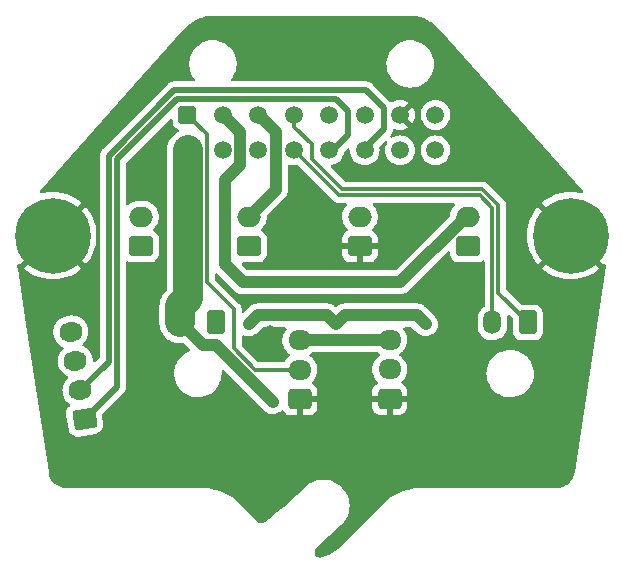
<source format=gbr>
%TF.GenerationSoftware,KiCad,Pcbnew,(6.0.7)*%
%TF.CreationDate,2023-07-30T17:13:32-07:00*%
%TF.ProjectId,xol-pcb,786f6c2d-7063-4622-9e6b-696361645f70,rev?*%
%TF.SameCoordinates,Original*%
%TF.FileFunction,Copper,L1,Top*%
%TF.FilePolarity,Positive*%
%FSLAX46Y46*%
G04 Gerber Fmt 4.6, Leading zero omitted, Abs format (unit mm)*
G04 Created by KiCad (PCBNEW (6.0.7)) date 2023-07-30 17:13:32*
%MOMM*%
%LPD*%
G01*
G04 APERTURE LIST*
G04 Aperture macros list*
%AMRoundRect*
0 Rectangle with rounded corners*
0 $1 Rounding radius*
0 $2 $3 $4 $5 $6 $7 $8 $9 X,Y pos of 4 corners*
0 Add a 4 corners polygon primitive as box body*
4,1,4,$2,$3,$4,$5,$6,$7,$8,$9,$2,$3,0*
0 Add four circle primitives for the rounded corners*
1,1,$1+$1,$2,$3*
1,1,$1+$1,$4,$5*
1,1,$1+$1,$6,$7*
1,1,$1+$1,$8,$9*
0 Add four rect primitives between the rounded corners*
20,1,$1+$1,$2,$3,$4,$5,0*
20,1,$1+$1,$4,$5,$6,$7,0*
20,1,$1+$1,$6,$7,$8,$9,0*
20,1,$1+$1,$8,$9,$2,$3,0*%
%AMHorizOval*
0 Thick line with rounded ends*
0 $1 width*
0 $2 $3 position (X,Y) of the first rounded end (center of the circle)*
0 $4 $5 position (X,Y) of the second rounded end (center of the circle)*
0 Add line between two ends*
20,1,$1,$2,$3,$4,$5,0*
0 Add two circle primitives to create the rounded ends*
1,1,$1,$2,$3*
1,1,$1,$4,$5*%
G04 Aperture macros list end*
%TA.AperFunction,ComponentPad*%
%ADD10RoundRect,0.250001X0.499999X0.759999X-0.499999X0.759999X-0.499999X-0.759999X0.499999X-0.759999X0*%
%TD*%
%TA.AperFunction,ComponentPad*%
%ADD11O,1.500000X2.020000*%
%TD*%
%TA.AperFunction,ComponentPad*%
%ADD12RoundRect,0.250000X0.750000X-0.600000X0.750000X0.600000X-0.750000X0.600000X-0.750000X-0.600000X0*%
%TD*%
%TA.AperFunction,ComponentPad*%
%ADD13O,2.000000X1.700000*%
%TD*%
%TA.AperFunction,ComponentPad*%
%ADD14RoundRect,0.250001X-0.499999X-0.499999X0.499999X-0.499999X0.499999X0.499999X-0.499999X0.499999X0*%
%TD*%
%TA.AperFunction,ComponentPad*%
%ADD15C,1.500000*%
%TD*%
%TA.AperFunction,ComponentPad*%
%ADD16C,6.400000*%
%TD*%
%TA.AperFunction,ComponentPad*%
%ADD17RoundRect,0.250000X0.725000X-0.600000X0.725000X0.600000X-0.725000X0.600000X-0.725000X-0.600000X0*%
%TD*%
%TA.AperFunction,ComponentPad*%
%ADD18O,1.950000X1.700000*%
%TD*%
%TA.AperFunction,ComponentPad*%
%ADD19RoundRect,0.250000X0.809935X-0.479198X0.622213X0.706028X-0.809935X0.479198X-0.622213X-0.706028X0*%
%TD*%
%TA.AperFunction,ComponentPad*%
%ADD20HorizOval,1.700000X0.123461X0.019554X-0.123461X-0.019554X0*%
%TD*%
%TA.AperFunction,ViaPad*%
%ADD21C,0.800000*%
%TD*%
%TA.AperFunction,Conductor*%
%ADD22C,0.500000*%
%TD*%
%TA.AperFunction,Conductor*%
%ADD23C,0.300000*%
%TD*%
%TA.AperFunction,Conductor*%
%ADD24C,2.500000*%
%TD*%
%TA.AperFunction,Conductor*%
%ADD25C,1.000000*%
%TD*%
G04 APERTURE END LIST*
D10*
%TO.P,HE1,1,Pin_1*%
%TO.N,HE-*%
X49506000Y-56736000D03*
D11*
%TO.P,HE1,2,Pin_2*%
%TO.N,HE+*%
X46506000Y-56736000D03*
%TD*%
D12*
%TO.P,HEF1,1,Pin_1*%
%TO.N,HEF+*%
X52324000Y-50292000D03*
D13*
%TO.P,HEF1,2,Pin_2*%
%TO.N,HEF-*%
X52324000Y-47792000D03*
%TD*%
D12*
%TO.P,PCF1,1,Pin_1*%
%TO.N,PCF+*%
X43180000Y-50292000D03*
D13*
%TO.P,PCF1,2,Pin_2*%
%TO.N,PCF-*%
X43180000Y-47792000D03*
%TD*%
D14*
%TO.P,J1,1,Pin_1*%
%TO.N,RGB*%
X47124000Y-39161000D03*
D15*
%TO.P,J1,2,Pin_2*%
%TO.N,PCF-*%
X50124000Y-39161000D03*
%TO.P,J1,3,Pin_3*%
%TO.N,HEF-*%
X53124000Y-39161000D03*
%TO.P,J1,4,Pin_4*%
%TO.N,TH-*%
X56124000Y-39161000D03*
%TO.P,J1,5,Pin_5*%
%TO.N,A1*%
X59124000Y-39161000D03*
%TO.P,J1,6,Pin_6*%
%TO.N,A2*%
X62124000Y-39161000D03*
%TO.P,J1,7,Pin_7*%
%TO.N,GND*%
X65124000Y-39161000D03*
%TO.P,J1,8,Pin_8*%
%TO.N,5V*%
X68124000Y-39161000D03*
%TO.P,J1,9,Pin_9*%
%TO.N,HE+*%
X47124000Y-42161000D03*
%TO.P,J1,10,Pin_10*%
%TO.N,HE-*%
X50124000Y-42161000D03*
%TO.P,J1,11,Pin_11*%
%TO.N,VALT*%
X53124000Y-42161000D03*
%TO.P,J1,12,Pin_12*%
%TO.N,TH*%
X56124000Y-42161000D03*
%TO.P,J1,13,Pin_13*%
%TO.N,B1*%
X59124000Y-42161000D03*
%TO.P,J1,14,Pin_14*%
%TO.N,B2*%
X62124000Y-42161000D03*
%TO.P,J1,15,Pin_15*%
%TO.N,AUX1*%
X65124000Y-42161000D03*
%TO.P,J1,16,Pin_16*%
%TO.N,AUX2*%
X68124000Y-42161000D03*
%TD*%
D10*
%TO.P,TH1,1,Pin_1*%
%TO.N,TH-*%
X75946000Y-56736000D03*
D11*
%TO.P,TH1,2,Pin_2*%
%TO.N,TH*%
X72946000Y-56736000D03*
%TD*%
D16*
%TO.P,H1,1,1*%
%TO.N,GND*%
X79559001Y-49376179D03*
%TD*%
%TO.P,H2,1,1*%
%TO.N,GND*%
X35709001Y-49376179D03*
%TD*%
D17*
%TO.P,AUX2,1,Pin_1*%
%TO.N,GND*%
X64245000Y-63206000D03*
D18*
%TO.P,AUX2,2,Pin_2*%
%TO.N,AUX2*%
X64245000Y-60706000D03*
%TO.P,AUX2,3,Pin_3*%
%TO.N,5V*%
X64245000Y-58206000D03*
%TD*%
D17*
%TO.P,RGB1,1,Pin_1*%
%TO.N,GND*%
X56642000Y-63246000D03*
D18*
%TO.P,RGB1,2,Pin_2*%
%TO.N,RGB*%
X56642000Y-60746000D03*
%TO.P,RGB1,3,Pin_3*%
%TO.N,5V*%
X56642000Y-58246000D03*
%TD*%
D12*
%TO.P,PCF2,1,Pin_1*%
%TO.N,PCF+*%
X70866000Y-50292000D03*
D13*
%TO.P,PCF2,2,Pin_2*%
%TO.N,PCF-*%
X70866000Y-47792000D03*
%TD*%
D12*
%TO.P,AUX1,1,Pin_1*%
%TO.N,GND*%
X61722000Y-50292000D03*
D13*
%TO.P,AUX1,2,Pin_2*%
%TO.N,AUX1*%
X61722000Y-47792000D03*
%TD*%
D19*
%TO.P,MOTOR1,1,Pin_1*%
%TO.N,B1*%
X38419166Y-64929703D03*
D20*
%TO.P,MOTOR1,2,Pin_2*%
%TO.N,B2*%
X38028080Y-62460482D03*
%TO.P,MOTOR1,3,Pin_3*%
%TO.N,A1*%
X37636994Y-59991261D03*
%TO.P,MOTOR1,4,Pin_4*%
%TO.N,A2*%
X37245908Y-57522040D03*
%TD*%
D21*
%TO.N,HE+*%
X54356000Y-63500000D03*
%TO.N,HEF+*%
X67310000Y-56896000D03*
X59690000Y-56896000D03*
X52324000Y-56896000D03*
%TO.N,GND*%
X54102000Y-57404000D03*
X45974000Y-59182000D03*
X67564000Y-53594000D03*
X54610000Y-48768000D03*
%TD*%
D22*
%TO.N,B1*%
X60706000Y-38862000D02*
X60706000Y-40894000D01*
X38419166Y-64929703D02*
X41148000Y-62200869D01*
X59690000Y-37846000D02*
X60706000Y-38862000D01*
X41148000Y-42926000D02*
X46228000Y-37846000D01*
X60706000Y-40894000D02*
X59439000Y-42161000D01*
X46228000Y-37846000D02*
X59690000Y-37846000D01*
X41148000Y-62200869D02*
X41148000Y-42926000D01*
D23*
%TO.N,RGB*%
X51054000Y-58928000D02*
X52872000Y-60746000D01*
X51054000Y-55626000D02*
X51054000Y-58928000D01*
X52872000Y-60746000D02*
X56642000Y-60746000D01*
X48768000Y-40805000D02*
X48768000Y-53340000D01*
X47124000Y-39161000D02*
X48768000Y-40805000D01*
X48768000Y-53340000D02*
X51054000Y-55626000D01*
D22*
%TO.N,B2*%
X63754000Y-38596971D02*
X62241029Y-37084000D01*
X63754000Y-40380000D02*
X63754000Y-38596971D01*
X62241029Y-37084000D02*
X45987025Y-37084000D01*
X40448000Y-42623025D02*
X40448000Y-60040562D01*
X40448000Y-60040562D02*
X38028080Y-62460482D01*
X61973000Y-42161000D02*
X63754000Y-40380000D01*
X45987025Y-37084000D02*
X40448000Y-42623025D01*
D23*
%TO.N,TH*%
X56158000Y-42161000D02*
X59971000Y-45974000D01*
X59971000Y-45974000D02*
X71882000Y-45974000D01*
X72946000Y-47038000D02*
X72946000Y-56736000D01*
X71882000Y-45974000D02*
X72946000Y-47038000D01*
D24*
%TO.N,HE+*%
X47158000Y-42161000D02*
X47158000Y-54696000D01*
D25*
X54356000Y-63500000D02*
X49530000Y-58674000D01*
X48444000Y-58674000D02*
X46506000Y-56736000D01*
D24*
X47158000Y-54696000D02*
X46506000Y-55348000D01*
D25*
X49530000Y-58674000D02*
X48444000Y-58674000D01*
D24*
X46506000Y-55348000D02*
X46506000Y-56736000D01*
D25*
%TO.N,HEF+*%
X66548000Y-56134000D02*
X67310000Y-56896000D01*
X53086000Y-56134000D02*
X58928000Y-56134000D01*
X59690000Y-56896000D02*
X60452000Y-56134000D01*
X52324000Y-56896000D02*
X53086000Y-56134000D01*
X58928000Y-56134000D02*
X59690000Y-56896000D01*
X60452000Y-56134000D02*
X66548000Y-56134000D01*
%TO.N,HEF-*%
X53158000Y-39188000D02*
X54610000Y-40640000D01*
X54610000Y-40640000D02*
X54610000Y-45506000D01*
X53158000Y-39161000D02*
X53158000Y-39188000D01*
X54610000Y-45506000D02*
X52324000Y-47792000D01*
%TO.N,5V*%
X56682000Y-58206000D02*
X56642000Y-58246000D01*
X64245000Y-58206000D02*
X56682000Y-58206000D01*
%TO.N,PCF-*%
X70672497Y-47792000D02*
X70866000Y-47792000D01*
X50292000Y-44704000D02*
X50292000Y-51816000D01*
X51574000Y-40577000D02*
X51574000Y-43422000D01*
X51816000Y-53340000D02*
X65124497Y-53340000D01*
X50292000Y-51816000D02*
X51816000Y-53340000D01*
X65124497Y-53340000D02*
X70672497Y-47792000D01*
X51574000Y-43422000D02*
X50292000Y-44704000D01*
X50158000Y-39161000D02*
X51574000Y-40577000D01*
D23*
%TO.N,TH-*%
X56158000Y-39161000D02*
X56158000Y-40156000D01*
X57658000Y-41656000D02*
X57658000Y-42926000D01*
X56158000Y-40156000D02*
X57658000Y-41656000D01*
X72081106Y-45466000D02*
X73446000Y-46830894D01*
X73446000Y-46830894D02*
X73446000Y-54236000D01*
X73446000Y-54236000D02*
X75946000Y-56736000D01*
X60198000Y-45466000D02*
X72081106Y-45466000D01*
X57658000Y-42926000D02*
X60198000Y-45466000D01*
%TD*%
%TA.AperFunction,Conductor*%
%TO.N,GND*%
G36*
X65810644Y-30755996D02*
G01*
X65825476Y-30758306D01*
X65825479Y-30758306D01*
X65834348Y-30759687D01*
X65843250Y-30758523D01*
X65843254Y-30758523D01*
X65854149Y-30757098D01*
X65876384Y-30756172D01*
X66161270Y-30769525D01*
X66173016Y-30770629D01*
X66332924Y-30793245D01*
X66484998Y-30814753D01*
X66496581Y-30816948D01*
X66803078Y-30890059D01*
X66814397Y-30893326D01*
X67112718Y-30994782D01*
X67123688Y-30999095D01*
X67411212Y-31128007D01*
X67421729Y-31133326D01*
X67535773Y-31197890D01*
X67695929Y-31288559D01*
X67705911Y-31294845D01*
X67964389Y-31475039D01*
X67973741Y-31482231D01*
X68214235Y-31685812D01*
X68222872Y-31693847D01*
X68417242Y-31892432D01*
X68433045Y-31912215D01*
X68439363Y-31921999D01*
X68446153Y-31927870D01*
X68446154Y-31927871D01*
X68463441Y-31942818D01*
X68475101Y-31954306D01*
X80617573Y-45581543D01*
X80647957Y-45645709D01*
X80638827Y-45716116D01*
X80593082Y-45770411D01*
X80525245Y-45791354D01*
X80490889Y-45787073D01*
X80334185Y-45745085D01*
X80327735Y-45743714D01*
X79950372Y-45683945D01*
X79943834Y-45683259D01*
X79562302Y-45663263D01*
X79555700Y-45663263D01*
X79174168Y-45683259D01*
X79167630Y-45683945D01*
X78790267Y-45743714D01*
X78783817Y-45745085D01*
X78414785Y-45843967D01*
X78408503Y-45846008D01*
X78051837Y-45982919D01*
X78045812Y-45985601D01*
X77705398Y-46159051D01*
X77699688Y-46162348D01*
X77379266Y-46370432D01*
X77373940Y-46374302D01*
X77135166Y-46567657D01*
X77126701Y-46579912D01*
X77133035Y-46591003D01*
X82343311Y-51801279D01*
X82356833Y-51808663D01*
X82422278Y-51785664D01*
X82491352Y-51802073D01*
X82540589Y-51853222D01*
X82554357Y-51922871D01*
X82553443Y-51930412D01*
X79896835Y-69421171D01*
X79892443Y-69440105D01*
X79887927Y-69454441D01*
X79887926Y-69454445D01*
X79885230Y-69463005D01*
X79884974Y-69475393D01*
X79884911Y-69478450D01*
X79881855Y-69503549D01*
X79864524Y-69580440D01*
X79844859Y-69667685D01*
X79839701Y-69684803D01*
X79770791Y-69865840D01*
X79763264Y-69882051D01*
X79669444Y-70051475D01*
X79669423Y-70051513D01*
X79659675Y-70066497D01*
X79625914Y-70111117D01*
X79542803Y-70220960D01*
X79531031Y-70234417D01*
X79393464Y-70370791D01*
X79379906Y-70382445D01*
X79224426Y-70497973D01*
X79209354Y-70507591D01*
X79039094Y-70599946D01*
X79022817Y-70607332D01*
X78909088Y-70649493D01*
X78841192Y-70674663D01*
X78824029Y-70679673D01*
X78634704Y-70720618D01*
X78617006Y-70723148D01*
X78543058Y-70728405D01*
X78456375Y-70734568D01*
X78437519Y-70733779D01*
X78430001Y-70733687D01*
X78421128Y-70732305D01*
X78412225Y-70733469D01*
X78412224Y-70733469D01*
X78389553Y-70736433D01*
X78373219Y-70737496D01*
X67000961Y-70737496D01*
X66980056Y-70735750D01*
X66965055Y-70733226D01*
X66965052Y-70733226D01*
X66960263Y-70732420D01*
X66953948Y-70732343D01*
X66952569Y-70732326D01*
X66952566Y-70732326D01*
X66947711Y-70732267D01*
X66942907Y-70732955D01*
X66940238Y-70733129D01*
X66932021Y-70733895D01*
X66759260Y-70741438D01*
X66554396Y-70750382D01*
X66314733Y-70781933D01*
X66166798Y-70801408D01*
X66166792Y-70801409D01*
X66164073Y-70801767D01*
X65779715Y-70886977D01*
X65777090Y-70887805D01*
X65777085Y-70887806D01*
X65674992Y-70919996D01*
X65404245Y-71005361D01*
X65040523Y-71156019D01*
X64691315Y-71337804D01*
X64551422Y-71426925D01*
X64361604Y-71547851D01*
X64359279Y-71549332D01*
X64357104Y-71551001D01*
X64049111Y-71787331D01*
X64049105Y-71787336D01*
X64046943Y-71788995D01*
X63943584Y-71883705D01*
X63779550Y-72034014D01*
X63772691Y-72039564D01*
X63772713Y-72039590D01*
X63768976Y-72042713D01*
X63765006Y-72045539D01*
X63756023Y-72054307D01*
X63753108Y-72058196D01*
X63753104Y-72058201D01*
X63739283Y-72076642D01*
X63727552Y-72090172D01*
X60137775Y-75679949D01*
X60123007Y-75692596D01*
X60103631Y-75706751D01*
X60091183Y-75722945D01*
X60076324Y-75739131D01*
X59877317Y-75921138D01*
X59868714Y-75928328D01*
X59630149Y-76110303D01*
X59620947Y-76116693D01*
X59367135Y-76276690D01*
X59357394Y-76282240D01*
X59090341Y-76418996D01*
X59080125Y-76423665D01*
X58801970Y-76536088D01*
X58791378Y-76539829D01*
X58540471Y-76616049D01*
X58515907Y-76620911D01*
X58508415Y-76621631D01*
X58508410Y-76621632D01*
X58503739Y-76622081D01*
X58503735Y-76622082D01*
X58503730Y-76622083D01*
X58498375Y-76624224D01*
X58498369Y-76624226D01*
X58498042Y-76624357D01*
X58497278Y-76624550D01*
X58492849Y-76625867D01*
X58492795Y-76625686D01*
X58465828Y-76632518D01*
X58384976Y-76641926D01*
X58351198Y-76641296D01*
X58327554Y-76637648D01*
X58254653Y-76626399D01*
X58222262Y-76616819D01*
X58133136Y-76576801D01*
X58104451Y-76558955D01*
X58029171Y-76496699D01*
X58006259Y-76471875D01*
X57950223Y-76391850D01*
X57934733Y-76361836D01*
X57901973Y-76269794D01*
X57895016Y-76236739D01*
X57887890Y-76139312D01*
X57889965Y-76105590D01*
X57908984Y-76009770D01*
X57919945Y-75977813D01*
X57963741Y-75890490D01*
X57982798Y-75862595D01*
X58035333Y-75804340D01*
X58048673Y-75791568D01*
X58050505Y-75790055D01*
X58058172Y-75785375D01*
X58088689Y-75751836D01*
X58096506Y-75743970D01*
X60151139Y-73850870D01*
X60163318Y-73840977D01*
X60190635Y-73821482D01*
X60199609Y-73812704D01*
X60202526Y-73808803D01*
X60204346Y-73806724D01*
X60206942Y-73803517D01*
X60389869Y-73594457D01*
X60392151Y-73591034D01*
X60392156Y-73591027D01*
X60548146Y-73357006D01*
X60548148Y-73357002D01*
X60550438Y-73353567D01*
X60678191Y-73093779D01*
X60770942Y-72819539D01*
X60827104Y-72535539D01*
X60839514Y-72342917D01*
X60845452Y-72250758D01*
X60845452Y-72250750D01*
X60845717Y-72246637D01*
X60845443Y-72242527D01*
X60845443Y-72242519D01*
X60826735Y-71961889D01*
X60826461Y-71957778D01*
X60769667Y-71673903D01*
X60676306Y-71399870D01*
X60613241Y-71272343D01*
X60549806Y-71144069D01*
X60549804Y-71144066D01*
X60547975Y-71140367D01*
X60458256Y-71006414D01*
X60389165Y-70903259D01*
X60389160Y-70903252D01*
X60386871Y-70899835D01*
X60384154Y-70896743D01*
X60384148Y-70896736D01*
X60243251Y-70736433D01*
X60195749Y-70682388D01*
X60192653Y-70679679D01*
X60192647Y-70679673D01*
X59984994Y-70497973D01*
X59977880Y-70491748D01*
X59796422Y-70370791D01*
X59740431Y-70333468D01*
X59740427Y-70333466D01*
X59736992Y-70331176D01*
X59730684Y-70328074D01*
X59480902Y-70205237D01*
X59480894Y-70205234D01*
X59477206Y-70203420D01*
X59442229Y-70191590D01*
X59206871Y-70111986D01*
X59206865Y-70111984D01*
X59202967Y-70110666D01*
X58918967Y-70054500D01*
X58630066Y-70035883D01*
X58625955Y-70036157D01*
X58625947Y-70036157D01*
X58437874Y-70048692D01*
X58341207Y-70055135D01*
X58149112Y-70093565D01*
X58061374Y-70111117D01*
X58061371Y-70111118D01*
X58057331Y-70111926D01*
X58053433Y-70113254D01*
X58053429Y-70113255D01*
X57924738Y-70157097D01*
X57783297Y-70205283D01*
X57779600Y-70207111D01*
X57779598Y-70207112D01*
X57527486Y-70331783D01*
X57527483Y-70331785D01*
X57523792Y-70333610D01*
X57520373Y-70335900D01*
X57520366Y-70335904D01*
X57286688Y-70492413D01*
X57286681Y-70492418D01*
X57283258Y-70494711D01*
X57280162Y-70497432D01*
X57280157Y-70497436D01*
X57088553Y-70665841D01*
X57078559Y-70673765D01*
X57074436Y-70676707D01*
X57070136Y-70680913D01*
X57069917Y-70681073D01*
X57069752Y-70681288D01*
X57065462Y-70685484D01*
X57062545Y-70689385D01*
X57051399Y-70704291D01*
X57038350Y-70719150D01*
X56469677Y-71272343D01*
X56425814Y-71315012D01*
X56423088Y-71317586D01*
X55762711Y-71922742D01*
X55759954Y-71925194D01*
X55275908Y-72342917D01*
X55081867Y-72510371D01*
X55078997Y-72512775D01*
X55050971Y-72535539D01*
X54383765Y-73077487D01*
X54380815Y-73079811D01*
X53704828Y-73596227D01*
X53686860Y-73607685D01*
X53669553Y-73616761D01*
X53669549Y-73616765D01*
X53669541Y-73616769D01*
X53662639Y-73623428D01*
X53657580Y-73627006D01*
X53638630Y-73641209D01*
X53579659Y-73674885D01*
X53552205Y-73686502D01*
X53469349Y-73710482D01*
X53439936Y-73715324D01*
X53403170Y-73716964D01*
X53353762Y-73719168D01*
X53324033Y-73716964D01*
X53239370Y-73700456D01*
X53210992Y-73691330D01*
X53132577Y-73655395D01*
X53107137Y-73639858D01*
X53057864Y-73601074D01*
X53045619Y-73590066D01*
X53040932Y-73585263D01*
X53035641Y-73578020D01*
X53010384Y-73558604D01*
X52998089Y-73547810D01*
X51545938Y-72095660D01*
X51532391Y-72079644D01*
X51523573Y-72067258D01*
X51523569Y-72067253D01*
X51520748Y-72063291D01*
X51511981Y-72054307D01*
X51508086Y-72051388D01*
X51505884Y-72049455D01*
X51499864Y-72044460D01*
X51223085Y-71790841D01*
X51221065Y-71788990D01*
X51218903Y-71787331D01*
X51218897Y-71787326D01*
X50910903Y-71550996D01*
X50908728Y-71549327D01*
X50716595Y-71426925D01*
X50579006Y-71339271D01*
X50579003Y-71339269D01*
X50576692Y-71337797D01*
X50227484Y-71156012D01*
X49863760Y-71005353D01*
X49539956Y-70903259D01*
X49490920Y-70887798D01*
X49490915Y-70887797D01*
X49488290Y-70886969D01*
X49103931Y-70801759D01*
X49101212Y-70801401D01*
X49101206Y-70801400D01*
X48954198Y-70782047D01*
X48713608Y-70750373D01*
X48529070Y-70742316D01*
X48351265Y-70734553D01*
X48342494Y-70733628D01*
X48342491Y-70733663D01*
X48337651Y-70733229D01*
X48332844Y-70732420D01*
X48326326Y-70732341D01*
X48325152Y-70732326D01*
X48325149Y-70732326D01*
X48320292Y-70732267D01*
X48294350Y-70735982D01*
X48292668Y-70736223D01*
X48274806Y-70737496D01*
X36902540Y-70737496D01*
X36883152Y-70735995D01*
X36868326Y-70733686D01*
X36868319Y-70733686D01*
X36859451Y-70732305D01*
X36850548Y-70733469D01*
X36850544Y-70733469D01*
X36844125Y-70734308D01*
X36818849Y-70735054D01*
X36737534Y-70729269D01*
X36651028Y-70723115D01*
X36633331Y-70720585D01*
X36444006Y-70679633D01*
X36426845Y-70674623D01*
X36245226Y-70607291D01*
X36228957Y-70599908D01*
X36058681Y-70507541D01*
X36043617Y-70497927D01*
X35888132Y-70382394D01*
X35874583Y-70370746D01*
X35737016Y-70234371D01*
X35725245Y-70220916D01*
X35713382Y-70205237D01*
X35608374Y-70066459D01*
X35598626Y-70051475D01*
X35589992Y-70035883D01*
X35504781Y-69882013D01*
X35497252Y-69865798D01*
X35428343Y-69684778D01*
X35423185Y-69667664D01*
X35387712Y-69510312D01*
X35385795Y-69492800D01*
X35384620Y-69484367D01*
X35384653Y-69475393D01*
X35382168Y-69466774D01*
X35382167Y-69466770D01*
X35375832Y-69444802D01*
X35372328Y-69428812D01*
X33554539Y-57460732D01*
X35761435Y-57460732D01*
X35767269Y-57691203D01*
X35768300Y-57696433D01*
X35768300Y-57696435D01*
X35776513Y-57738103D01*
X35811851Y-57917398D01*
X35813749Y-57922382D01*
X35813750Y-57922385D01*
X35845890Y-58006773D01*
X35893906Y-58132847D01*
X35952413Y-58231975D01*
X35968152Y-58258640D01*
X36011090Y-58331390D01*
X36087764Y-58421961D01*
X36150029Y-58495511D01*
X36160051Y-58507350D01*
X36336530Y-58655698D01*
X36535480Y-58772189D01*
X36560336Y-58781556D01*
X36569393Y-58784970D01*
X36626083Y-58827711D01*
X36650667Y-58894316D01*
X36635339Y-58963638D01*
X36610809Y-58995101D01*
X36548238Y-59053347D01*
X36503513Y-59094980D01*
X36482820Y-59122095D01*
X36373852Y-59264878D01*
X36363645Y-59278252D01*
X36256655Y-59482468D01*
X36185603Y-59701792D01*
X36184089Y-59712236D01*
X36155814Y-59907243D01*
X36152521Y-59929953D01*
X36158355Y-60160424D01*
X36159386Y-60165654D01*
X36159386Y-60165656D01*
X36165790Y-60198148D01*
X36202937Y-60386619D01*
X36284992Y-60602068D01*
X36311574Y-60647105D01*
X36398942Y-60795131D01*
X36402176Y-60800611D01*
X36551137Y-60976571D01*
X36727616Y-61124919D01*
X36926566Y-61241410D01*
X36951422Y-61250777D01*
X36960479Y-61254191D01*
X37017169Y-61296932D01*
X37041753Y-61363537D01*
X37026425Y-61432859D01*
X37001895Y-61464322D01*
X36902031Y-61557283D01*
X36894599Y-61564201D01*
X36891358Y-61568448D01*
X36770484Y-61726832D01*
X36754731Y-61747473D01*
X36647741Y-61951689D01*
X36576689Y-62171013D01*
X36575113Y-62181882D01*
X36547771Y-62370457D01*
X36543607Y-62399174D01*
X36549441Y-62629645D01*
X36550472Y-62634875D01*
X36550472Y-62634877D01*
X36564980Y-62708486D01*
X36594023Y-62855840D01*
X36595921Y-62860824D01*
X36595922Y-62860827D01*
X36609640Y-62896846D01*
X36676078Y-63071289D01*
X36793262Y-63269832D01*
X36942223Y-63445792D01*
X37118702Y-63594140D01*
X37123313Y-63596840D01*
X37123316Y-63596842D01*
X37158479Y-63617431D01*
X37207158Y-63669112D01*
X37220168Y-63738906D01*
X37193379Y-63804655D01*
X37177063Y-63821615D01*
X37094049Y-63893146D01*
X37047101Y-63933600D01*
X36943264Y-64076781D01*
X36940448Y-64083530D01*
X36940446Y-64083533D01*
X36879224Y-64230247D01*
X36875150Y-64240011D01*
X36861293Y-64324171D01*
X36848851Y-64399739D01*
X36846415Y-64414532D01*
X36846793Y-64421402D01*
X36846793Y-64421403D01*
X36847721Y-64438260D01*
X36852185Y-64519381D01*
X36852686Y-64522543D01*
X36852686Y-64522545D01*
X36865534Y-64603662D01*
X37055675Y-65804166D01*
X37083060Y-65906913D01*
X37086236Y-65913028D01*
X37086238Y-65913032D01*
X37132051Y-66001225D01*
X37164593Y-66063871D01*
X37169370Y-66069415D01*
X37275266Y-66192314D01*
X37275269Y-66192316D01*
X37280047Y-66197862D01*
X37285978Y-66202163D01*
X37417303Y-66297401D01*
X37417306Y-66297403D01*
X37423229Y-66301698D01*
X37429982Y-66304516D01*
X37429984Y-66304517D01*
X37579703Y-66366993D01*
X37586459Y-66369812D01*
X37713784Y-66390776D01*
X37754188Y-66397429D01*
X37754189Y-66397429D01*
X37760979Y-66398547D01*
X37767849Y-66398169D01*
X37767850Y-66398169D01*
X37836816Y-66394374D01*
X37865829Y-66392777D01*
X37868991Y-66392276D01*
X37868993Y-66392276D01*
X39394329Y-66150686D01*
X39394330Y-66150686D01*
X39397536Y-66150178D01*
X39500283Y-66122794D01*
X39657241Y-66041261D01*
X39791231Y-65925806D01*
X39895068Y-65782625D01*
X39963182Y-65619395D01*
X39991917Y-65444874D01*
X39986147Y-65340025D01*
X39872502Y-64622500D01*
X39881602Y-64552089D01*
X39907856Y-64513694D01*
X41636911Y-62784639D01*
X41651323Y-62772253D01*
X41662918Y-62763720D01*
X41662923Y-62763715D01*
X41668818Y-62759377D01*
X41673557Y-62753799D01*
X41673560Y-62753796D01*
X41703035Y-62719101D01*
X41709965Y-62711585D01*
X41715660Y-62705890D01*
X41733281Y-62683618D01*
X41736072Y-62680214D01*
X41778591Y-62630166D01*
X41778592Y-62630164D01*
X41783333Y-62624584D01*
X41786661Y-62618068D01*
X41790028Y-62613019D01*
X41793195Y-62607890D01*
X41797734Y-62602153D01*
X41828655Y-62535994D01*
X41830561Y-62532094D01*
X41863769Y-62467061D01*
X41865508Y-62459953D01*
X41867607Y-62454310D01*
X41869524Y-62448547D01*
X41872622Y-62441919D01*
X41887487Y-62370452D01*
X41888457Y-62366168D01*
X41900429Y-62317243D01*
X41905808Y-62295259D01*
X41906500Y-62284105D01*
X41906536Y-62284107D01*
X41906775Y-62280114D01*
X41907149Y-62275922D01*
X41908640Y-62268754D01*
X41906546Y-62191348D01*
X41906500Y-62187941D01*
X41906500Y-51686046D01*
X41926502Y-51617925D01*
X41980158Y-51571432D01*
X42050432Y-51561328D01*
X42094365Y-51577245D01*
X42094395Y-51577180D01*
X42095127Y-51577521D01*
X42098612Y-51578784D01*
X42101027Y-51580272D01*
X42101029Y-51580273D01*
X42107262Y-51584115D01*
X42187005Y-51610564D01*
X42268611Y-51637632D01*
X42268613Y-51637632D01*
X42275139Y-51639797D01*
X42281975Y-51640497D01*
X42281978Y-51640498D01*
X42325031Y-51644909D01*
X42379600Y-51650500D01*
X43980400Y-51650500D01*
X43983646Y-51650163D01*
X43983650Y-51650163D01*
X44079308Y-51640238D01*
X44079312Y-51640237D01*
X44086166Y-51639526D01*
X44092702Y-51637345D01*
X44092704Y-51637345D01*
X44224806Y-51593272D01*
X44253946Y-51583550D01*
X44404348Y-51490478D01*
X44413242Y-51481569D01*
X44524134Y-51370483D01*
X44529305Y-51365303D01*
X44622115Y-51214738D01*
X44677797Y-51046861D01*
X44688500Y-50942400D01*
X44688500Y-49641600D01*
X44688163Y-49638350D01*
X44678238Y-49542692D01*
X44678237Y-49542688D01*
X44677526Y-49535834D01*
X44621550Y-49368054D01*
X44528478Y-49217652D01*
X44403303Y-49092695D01*
X44257660Y-49002919D01*
X44210168Y-48950148D01*
X44198744Y-48880076D01*
X44227018Y-48814952D01*
X44236805Y-48804490D01*
X44347278Y-48699103D01*
X44351135Y-48695424D01*
X44488754Y-48510458D01*
X44593240Y-48304949D01*
X44629321Y-48188752D01*
X44660024Y-48089871D01*
X44661607Y-48084773D01*
X44674323Y-47988829D01*
X44691198Y-47861511D01*
X44691198Y-47861506D01*
X44691898Y-47856226D01*
X44683249Y-47625842D01*
X44635907Y-47400209D01*
X44555436Y-47196444D01*
X44553185Y-47190744D01*
X44553184Y-47190742D01*
X44551224Y-47185779D01*
X44506711Y-47112423D01*
X44434390Y-46993243D01*
X44431623Y-46988683D01*
X44398241Y-46950213D01*
X44284023Y-46818588D01*
X44284021Y-46818586D01*
X44280523Y-46814555D01*
X44183478Y-46734983D01*
X44106373Y-46671760D01*
X44106367Y-46671756D01*
X44102245Y-46668376D01*
X44097609Y-46665737D01*
X44097606Y-46665735D01*
X43906529Y-46556968D01*
X43901886Y-46554325D01*
X43685175Y-46475663D01*
X43679926Y-46474714D01*
X43679923Y-46474713D01*
X43462392Y-46435377D01*
X43462385Y-46435376D01*
X43458308Y-46434639D01*
X43440586Y-46433803D01*
X43435644Y-46433570D01*
X43435637Y-46433570D01*
X43434156Y-46433500D01*
X42972110Y-46433500D01*
X42905191Y-46439178D01*
X42805591Y-46447629D01*
X42805587Y-46447630D01*
X42800280Y-46448080D01*
X42795125Y-46449418D01*
X42795119Y-46449419D01*
X42582297Y-46504657D01*
X42582293Y-46504658D01*
X42577128Y-46505999D01*
X42572262Y-46508191D01*
X42572259Y-46508192D01*
X42438544Y-46568426D01*
X42366925Y-46600688D01*
X42175681Y-46729441D01*
X42171824Y-46733120D01*
X42171822Y-46733122D01*
X42119472Y-46783062D01*
X42056375Y-46815609D01*
X41985699Y-46808878D01*
X41929881Y-46765004D01*
X41906500Y-46691892D01*
X41906500Y-43292371D01*
X41926502Y-43224250D01*
X41943405Y-43203276D01*
X45650405Y-39496276D01*
X45712717Y-39462250D01*
X45783532Y-39467315D01*
X45840368Y-39509862D01*
X45865179Y-39576382D01*
X45865500Y-39585371D01*
X45865500Y-39711400D01*
X45865837Y-39714646D01*
X45865837Y-39714650D01*
X45874399Y-39797162D01*
X45876474Y-39817165D01*
X45878655Y-39823701D01*
X45878655Y-39823703D01*
X45922728Y-39955805D01*
X45932450Y-39984945D01*
X46025522Y-40135348D01*
X46150697Y-40260305D01*
X46156927Y-40264145D01*
X46156928Y-40264146D01*
X46294705Y-40349073D01*
X46301262Y-40353115D01*
X46334487Y-40364135D01*
X46392846Y-40404566D01*
X46420083Y-40470130D01*
X46407549Y-40540012D01*
X46359225Y-40592023D01*
X46347570Y-40598154D01*
X46303072Y-40618668D01*
X46272305Y-40638840D01*
X46088404Y-40759410D01*
X46088399Y-40759414D01*
X46084491Y-40761976D01*
X45889494Y-40936018D01*
X45722363Y-41136970D01*
X45719934Y-41140973D01*
X45601302Y-41336473D01*
X45586771Y-41360419D01*
X45485697Y-41601455D01*
X45421359Y-41854783D01*
X45399500Y-42071867D01*
X45399500Y-53915415D01*
X45379498Y-53983536D01*
X45362595Y-54004510D01*
X45301378Y-54065727D01*
X45296184Y-54070635D01*
X45244889Y-54116418D01*
X45237494Y-54123018D01*
X45181876Y-54189892D01*
X45164455Y-54210838D01*
X45163057Y-54212490D01*
X45088454Y-54299071D01*
X45085959Y-54303026D01*
X45084635Y-54305124D01*
X45074949Y-54318455D01*
X45073352Y-54320375D01*
X45073346Y-54320383D01*
X45070363Y-54323970D01*
X45063243Y-54335703D01*
X45011071Y-54421679D01*
X45009914Y-54423548D01*
X44948983Y-54520119D01*
X44947101Y-54524396D01*
X44947100Y-54524398D01*
X44946099Y-54526673D01*
X44938490Y-54541290D01*
X44934771Y-54547419D01*
X44932962Y-54551733D01*
X44890603Y-54652748D01*
X44889735Y-54654769D01*
X44843716Y-54759355D01*
X44842487Y-54763862D01*
X44842484Y-54763871D01*
X44841830Y-54766271D01*
X44836467Y-54781848D01*
X44833697Y-54788455D01*
X44832547Y-54792983D01*
X44832546Y-54792986D01*
X44805578Y-54899173D01*
X44805020Y-54901291D01*
X44774968Y-55011521D01*
X44774419Y-55016161D01*
X44774418Y-55016166D01*
X44774127Y-55018627D01*
X44771122Y-55034843D01*
X44769359Y-55041783D01*
X44764368Y-55091344D01*
X44757915Y-55155428D01*
X44757676Y-55157613D01*
X44747050Y-55247394D01*
X44744247Y-55271080D01*
X44747038Y-55362400D01*
X44747441Y-55375591D01*
X44747500Y-55379440D01*
X44747500Y-56802354D01*
X44747673Y-56804679D01*
X44747673Y-56804685D01*
X44747681Y-56804784D01*
X44761939Y-56996652D01*
X44762968Y-57001200D01*
X44762969Y-57001206D01*
X44794941Y-57142500D01*
X44819623Y-57251577D01*
X44821315Y-57255929D01*
X44821316Y-57255931D01*
X44904693Y-57470335D01*
X44914353Y-57495177D01*
X45044049Y-57722098D01*
X45205862Y-57927357D01*
X45396237Y-58106443D01*
X45508431Y-58184275D01*
X45597453Y-58246032D01*
X45610991Y-58255424D01*
X45615181Y-58257490D01*
X45615184Y-58257492D01*
X45841219Y-58368960D01*
X45841222Y-58368961D01*
X45845407Y-58371025D01*
X45849850Y-58372447D01*
X45849852Y-58372448D01*
X46004532Y-58421961D01*
X46094335Y-58450707D01*
X46352307Y-58492721D01*
X46466058Y-58494210D01*
X46608978Y-58496081D01*
X46608981Y-58496081D01*
X46613655Y-58496142D01*
X46750897Y-58477464D01*
X46821091Y-58488097D01*
X46856982Y-58513218D01*
X47320948Y-58977184D01*
X47354974Y-59039496D01*
X47349909Y-59110311D01*
X47307362Y-59167147D01*
X47274947Y-59184680D01*
X47191219Y-59215154D01*
X47191215Y-59215156D01*
X47187074Y-59216663D01*
X46939058Y-59348536D01*
X46935499Y-59351122D01*
X46935497Y-59351123D01*
X46752968Y-59483738D01*
X46711808Y-59513642D01*
X46708644Y-59516698D01*
X46708641Y-59516700D01*
X46640632Y-59582376D01*
X46509748Y-59708769D01*
X46336812Y-59930118D01*
X46334616Y-59933922D01*
X46334611Y-59933929D01*
X46253020Y-60075250D01*
X46196364Y-60173381D01*
X46091138Y-60433824D01*
X46090073Y-60438097D01*
X46090072Y-60438099D01*
X46054732Y-60579842D01*
X46023183Y-60706376D01*
X46022724Y-60710744D01*
X46022723Y-60710749D01*
X46011257Y-60819846D01*
X45993822Y-60985733D01*
X45993975Y-60990121D01*
X45993975Y-60990127D01*
X46003363Y-61258949D01*
X46003625Y-61266458D01*
X46004387Y-61270781D01*
X46004388Y-61270788D01*
X46027965Y-61404500D01*
X46052402Y-61543087D01*
X46139203Y-61810235D01*
X46141131Y-61814188D01*
X46141133Y-61814193D01*
X46184262Y-61902619D01*
X46262340Y-62062702D01*
X46264795Y-62066341D01*
X46264798Y-62066347D01*
X46313259Y-62138193D01*
X46419415Y-62295576D01*
X46607371Y-62504322D01*
X46610733Y-62507143D01*
X46610734Y-62507144D01*
X46640468Y-62532094D01*
X46822550Y-62684879D01*
X47060764Y-62833731D01*
X47194484Y-62893267D01*
X47313227Y-62946135D01*
X47317375Y-62947982D01*
X47587390Y-63025407D01*
X47591740Y-63026018D01*
X47591743Y-63026019D01*
X47694690Y-63040487D01*
X47865552Y-63064500D01*
X48076146Y-63064500D01*
X48078332Y-63064347D01*
X48078336Y-63064347D01*
X48281827Y-63050118D01*
X48281832Y-63050117D01*
X48286212Y-63049811D01*
X48560970Y-62991409D01*
X48565099Y-62989906D01*
X48565103Y-62989905D01*
X48820781Y-62896846D01*
X48820785Y-62896844D01*
X48824926Y-62895337D01*
X49072942Y-62763464D01*
X49076503Y-62760877D01*
X49296629Y-62600947D01*
X49296632Y-62600944D01*
X49300192Y-62598358D01*
X49306377Y-62592386D01*
X49417878Y-62484710D01*
X49502252Y-62403231D01*
X49644343Y-62221362D01*
X49672481Y-62185347D01*
X49672482Y-62185346D01*
X49675188Y-62181882D01*
X49677384Y-62178078D01*
X49677389Y-62178071D01*
X49791206Y-61980933D01*
X49815636Y-61938619D01*
X49920862Y-61678176D01*
X49921928Y-61673901D01*
X49987753Y-61409893D01*
X49987754Y-61409888D01*
X49988817Y-61405624D01*
X49990792Y-61386838D01*
X50017719Y-61130636D01*
X50017719Y-61130633D01*
X50018178Y-61126267D01*
X50017002Y-61092572D01*
X50013424Y-60990127D01*
X50009879Y-60888622D01*
X50027491Y-60819846D01*
X50079491Y-60771509D01*
X50149370Y-60758959D01*
X50214941Y-60786180D01*
X50224897Y-60795131D01*
X53678075Y-64248309D01*
X53680452Y-64250262D01*
X53680457Y-64250266D01*
X53721734Y-64284171D01*
X53792261Y-64342103D01*
X53966563Y-64435563D01*
X54009699Y-64448751D01*
X54149800Y-64491585D01*
X54149802Y-64491585D01*
X54155698Y-64493388D01*
X54180164Y-64495873D01*
X54346335Y-64512752D01*
X54346339Y-64512752D01*
X54352463Y-64513374D01*
X54461396Y-64503077D01*
X54543230Y-64495342D01*
X54543234Y-64495341D01*
X54549362Y-64494762D01*
X54555260Y-64493004D01*
X54555264Y-64493003D01*
X54732993Y-64440020D01*
X54732995Y-64440019D01*
X54738896Y-64438260D01*
X54913847Y-64346018D01*
X54990222Y-64284171D01*
X55062758Y-64225432D01*
X55062759Y-64225431D01*
X55067548Y-64221553D01*
X55071493Y-64216818D01*
X55072999Y-64215333D01*
X55135548Y-64181744D01*
X55206326Y-64187304D01*
X55262863Y-64230247D01*
X55268614Y-64238746D01*
X55315063Y-64313807D01*
X55324099Y-64325208D01*
X55438829Y-64439739D01*
X55450240Y-64448751D01*
X55588243Y-64533816D01*
X55601424Y-64539963D01*
X55755710Y-64591138D01*
X55769086Y-64594005D01*
X55863438Y-64603672D01*
X55869854Y-64604000D01*
X56369885Y-64604000D01*
X56385124Y-64599525D01*
X56386329Y-64598135D01*
X56388000Y-64590452D01*
X56388000Y-64585884D01*
X56896000Y-64585884D01*
X56900475Y-64601123D01*
X56901865Y-64602328D01*
X56909548Y-64603999D01*
X57414095Y-64603999D01*
X57420614Y-64603662D01*
X57516206Y-64593743D01*
X57529600Y-64590851D01*
X57683784Y-64539412D01*
X57696962Y-64533239D01*
X57834807Y-64447937D01*
X57846208Y-64438901D01*
X57960739Y-64324171D01*
X57969751Y-64312760D01*
X58054816Y-64174757D01*
X58060963Y-64161576D01*
X58112138Y-64007290D01*
X58115005Y-63993914D01*
X58124672Y-63899562D01*
X58125000Y-63893146D01*
X58125000Y-63853095D01*
X62762001Y-63853095D01*
X62762338Y-63859614D01*
X62772257Y-63955206D01*
X62775149Y-63968600D01*
X62826588Y-64122784D01*
X62832761Y-64135962D01*
X62918063Y-64273807D01*
X62927099Y-64285208D01*
X63041829Y-64399739D01*
X63053240Y-64408751D01*
X63191243Y-64493816D01*
X63204424Y-64499963D01*
X63358710Y-64551138D01*
X63372086Y-64554005D01*
X63466438Y-64563672D01*
X63472854Y-64564000D01*
X63972885Y-64564000D01*
X63988124Y-64559525D01*
X63989329Y-64558135D01*
X63991000Y-64550452D01*
X63991000Y-64545884D01*
X64499000Y-64545884D01*
X64503475Y-64561123D01*
X64504865Y-64562328D01*
X64512548Y-64563999D01*
X65017095Y-64563999D01*
X65023614Y-64563662D01*
X65119206Y-64553743D01*
X65132600Y-64550851D01*
X65286784Y-64499412D01*
X65299962Y-64493239D01*
X65437807Y-64407937D01*
X65449208Y-64398901D01*
X65563739Y-64284171D01*
X65572751Y-64272760D01*
X65657816Y-64134757D01*
X65663963Y-64121576D01*
X65715138Y-63967290D01*
X65718005Y-63953914D01*
X65727672Y-63859562D01*
X65728000Y-63853146D01*
X65728000Y-63478115D01*
X65723525Y-63462876D01*
X65722135Y-63461671D01*
X65714452Y-63460000D01*
X64517115Y-63460000D01*
X64501876Y-63464475D01*
X64500671Y-63465865D01*
X64499000Y-63473548D01*
X64499000Y-64545884D01*
X63991000Y-64545884D01*
X63991000Y-63478115D01*
X63986525Y-63462876D01*
X63985135Y-63461671D01*
X63977452Y-63460000D01*
X62780116Y-63460000D01*
X62764877Y-63464475D01*
X62763672Y-63465865D01*
X62762001Y-63473548D01*
X62762001Y-63853095D01*
X58125000Y-63853095D01*
X58125000Y-63518115D01*
X58120525Y-63502876D01*
X58119135Y-63501671D01*
X58111452Y-63500000D01*
X56914115Y-63500000D01*
X56898876Y-63504475D01*
X56897671Y-63505865D01*
X56896000Y-63513548D01*
X56896000Y-64585884D01*
X56388000Y-64585884D01*
X56388000Y-63118000D01*
X56408002Y-63049879D01*
X56461658Y-63003386D01*
X56514000Y-62992000D01*
X58106884Y-62992000D01*
X58122123Y-62987525D01*
X58123328Y-62986135D01*
X58124999Y-62978452D01*
X58124999Y-62598905D01*
X58124662Y-62592386D01*
X58114743Y-62496794D01*
X58111851Y-62483400D01*
X58060412Y-62329216D01*
X58054239Y-62316038D01*
X57968937Y-62178193D01*
X57959901Y-62166792D01*
X57845171Y-62052261D01*
X57833757Y-62043247D01*
X57694287Y-61957277D01*
X57646793Y-61904505D01*
X57635369Y-61834434D01*
X57663643Y-61769310D01*
X57673430Y-61758847D01*
X57680390Y-61752208D01*
X57788135Y-61649424D01*
X57810329Y-61619595D01*
X57922568Y-61468740D01*
X57925754Y-61464458D01*
X57943461Y-61429632D01*
X58010928Y-61296932D01*
X58030240Y-61258949D01*
X58042661Y-61218949D01*
X58097024Y-61043871D01*
X58098607Y-61038773D01*
X58103233Y-61003871D01*
X58128198Y-60815511D01*
X58128198Y-60815506D01*
X58128898Y-60810226D01*
X58128365Y-60796015D01*
X58120449Y-60585173D01*
X58120249Y-60579842D01*
X58105810Y-60511023D01*
X58074002Y-60359428D01*
X58072907Y-60354209D01*
X58009262Y-60193051D01*
X57990185Y-60144744D01*
X57990184Y-60144742D01*
X57988224Y-60139779D01*
X57963952Y-60099779D01*
X57871390Y-59947243D01*
X57868623Y-59942683D01*
X57781755Y-59842576D01*
X57721023Y-59772588D01*
X57721021Y-59772586D01*
X57717523Y-59768555D01*
X57629912Y-59696718D01*
X57543373Y-59625760D01*
X57543367Y-59625756D01*
X57539245Y-59622376D01*
X57507750Y-59604448D01*
X57458445Y-59553368D01*
X57444583Y-59483738D01*
X57470566Y-59417667D01*
X57499716Y-59390427D01*
X57518669Y-59377667D01*
X57621319Y-59308559D01*
X57648126Y-59282987D01*
X57683407Y-59249330D01*
X57746504Y-59216783D01*
X57770379Y-59214500D01*
X63162299Y-59214500D01*
X63230420Y-59234502D01*
X63242190Y-59243066D01*
X63343627Y-59326240D01*
X63343633Y-59326244D01*
X63347755Y-59329624D01*
X63379250Y-59347552D01*
X63428555Y-59398632D01*
X63442417Y-59468262D01*
X63416434Y-59534333D01*
X63387284Y-59561573D01*
X63265681Y-59643441D01*
X63098865Y-59802576D01*
X63095682Y-59806854D01*
X63071841Y-59838897D01*
X62961246Y-59987542D01*
X62958830Y-59992293D01*
X62958828Y-59992297D01*
X62927838Y-60053250D01*
X62856760Y-60193051D01*
X62855178Y-60198145D01*
X62855177Y-60198148D01*
X62808259Y-60349248D01*
X62788393Y-60413227D01*
X62787692Y-60418516D01*
X62763365Y-60602068D01*
X62758102Y-60641774D01*
X62766751Y-60872158D01*
X62814093Y-61097791D01*
X62816051Y-61102750D01*
X62816052Y-61102752D01*
X62879616Y-61263704D01*
X62898776Y-61312221D01*
X63018377Y-61509317D01*
X63021874Y-61513347D01*
X63164905Y-61678176D01*
X63169477Y-61683445D01*
X63173608Y-61686832D01*
X63205529Y-61713006D01*
X63245524Y-61771666D01*
X63247455Y-61842636D01*
X63210710Y-61903384D01*
X63191941Y-61917584D01*
X63052193Y-62004063D01*
X63040792Y-62013099D01*
X62926261Y-62127829D01*
X62917249Y-62139240D01*
X62832184Y-62277243D01*
X62826037Y-62290424D01*
X62774862Y-62444710D01*
X62771995Y-62458086D01*
X62762328Y-62552438D01*
X62762000Y-62558855D01*
X62762000Y-62933885D01*
X62766475Y-62949124D01*
X62767865Y-62950329D01*
X62775548Y-62952000D01*
X65709884Y-62952000D01*
X65725123Y-62947525D01*
X65726328Y-62946135D01*
X65727999Y-62938452D01*
X65727999Y-62558905D01*
X65727662Y-62552386D01*
X65717743Y-62456794D01*
X65714851Y-62443400D01*
X65663412Y-62289216D01*
X65657239Y-62276038D01*
X65571937Y-62138193D01*
X65562901Y-62126792D01*
X65448171Y-62012261D01*
X65436757Y-62003247D01*
X65297287Y-61917277D01*
X65249793Y-61864505D01*
X65238369Y-61794434D01*
X65266643Y-61729310D01*
X65276430Y-61718847D01*
X65309991Y-61686832D01*
X65391135Y-61609424D01*
X65528754Y-61424458D01*
X65536160Y-61409893D01*
X65610485Y-61263704D01*
X65633240Y-61218949D01*
X65662438Y-61124919D01*
X65700024Y-61003871D01*
X65701607Y-60998773D01*
X65703335Y-60985733D01*
X72433822Y-60985733D01*
X72433975Y-60990121D01*
X72433975Y-60990127D01*
X72443363Y-61258949D01*
X72443625Y-61266458D01*
X72444387Y-61270781D01*
X72444388Y-61270788D01*
X72467965Y-61404500D01*
X72492402Y-61543087D01*
X72579203Y-61810235D01*
X72581131Y-61814188D01*
X72581133Y-61814193D01*
X72624262Y-61902619D01*
X72702340Y-62062702D01*
X72704795Y-62066341D01*
X72704798Y-62066347D01*
X72753259Y-62138193D01*
X72859415Y-62295576D01*
X73047371Y-62504322D01*
X73050733Y-62507143D01*
X73050734Y-62507144D01*
X73080468Y-62532094D01*
X73262550Y-62684879D01*
X73500764Y-62833731D01*
X73634484Y-62893267D01*
X73753227Y-62946135D01*
X73757375Y-62947982D01*
X74027390Y-63025407D01*
X74031740Y-63026018D01*
X74031743Y-63026019D01*
X74134690Y-63040487D01*
X74305552Y-63064500D01*
X74516146Y-63064500D01*
X74518332Y-63064347D01*
X74518336Y-63064347D01*
X74721827Y-63050118D01*
X74721832Y-63050117D01*
X74726212Y-63049811D01*
X75000970Y-62991409D01*
X75005099Y-62989906D01*
X75005103Y-62989905D01*
X75260781Y-62896846D01*
X75260785Y-62896844D01*
X75264926Y-62895337D01*
X75512942Y-62763464D01*
X75516503Y-62760877D01*
X75736629Y-62600947D01*
X75736632Y-62600944D01*
X75740192Y-62598358D01*
X75746377Y-62592386D01*
X75857878Y-62484710D01*
X75942252Y-62403231D01*
X76084343Y-62221362D01*
X76112481Y-62185347D01*
X76112482Y-62185346D01*
X76115188Y-62181882D01*
X76117384Y-62178078D01*
X76117389Y-62178071D01*
X76231206Y-61980933D01*
X76255636Y-61938619D01*
X76360862Y-61678176D01*
X76361928Y-61673901D01*
X76427753Y-61409893D01*
X76427754Y-61409888D01*
X76428817Y-61405624D01*
X76430792Y-61386838D01*
X76457719Y-61130636D01*
X76457719Y-61130633D01*
X76458178Y-61126267D01*
X76457184Y-61097791D01*
X76448529Y-60849939D01*
X76448528Y-60849933D01*
X76448375Y-60845542D01*
X76443845Y-60819846D01*
X76400360Y-60573236D01*
X76399598Y-60568913D01*
X76312797Y-60301765D01*
X76302538Y-60280730D01*
X76231566Y-60135217D01*
X76189660Y-60049298D01*
X76187205Y-60045659D01*
X76187202Y-60045653D01*
X76053110Y-59846854D01*
X76032585Y-59816424D01*
X75989484Y-59768555D01*
X75847566Y-59610940D01*
X75844629Y-59607678D01*
X75811332Y-59579738D01*
X75712768Y-59497033D01*
X75629450Y-59427121D01*
X75391236Y-59278269D01*
X75185136Y-59186507D01*
X75138639Y-59165805D01*
X75138637Y-59165804D01*
X75134625Y-59164018D01*
X74944232Y-59109424D01*
X74868837Y-59087805D01*
X74868836Y-59087805D01*
X74864610Y-59086593D01*
X74860260Y-59085982D01*
X74860257Y-59085981D01*
X74757310Y-59071513D01*
X74586448Y-59047500D01*
X74375854Y-59047500D01*
X74373668Y-59047653D01*
X74373664Y-59047653D01*
X74170173Y-59061882D01*
X74170168Y-59061883D01*
X74165788Y-59062189D01*
X73891030Y-59120591D01*
X73886901Y-59122094D01*
X73886897Y-59122095D01*
X73631219Y-59215154D01*
X73631215Y-59215156D01*
X73627074Y-59216663D01*
X73379058Y-59348536D01*
X73375499Y-59351122D01*
X73375497Y-59351123D01*
X73192968Y-59483738D01*
X73151808Y-59513642D01*
X73148644Y-59516698D01*
X73148641Y-59516700D01*
X73080632Y-59582376D01*
X72949748Y-59708769D01*
X72776812Y-59930118D01*
X72774616Y-59933922D01*
X72774611Y-59933929D01*
X72693020Y-60075250D01*
X72636364Y-60173381D01*
X72531138Y-60433824D01*
X72530073Y-60438097D01*
X72530072Y-60438099D01*
X72494732Y-60579842D01*
X72463183Y-60706376D01*
X72462724Y-60710744D01*
X72462723Y-60710749D01*
X72451257Y-60819846D01*
X72433822Y-60985733D01*
X65703335Y-60985733D01*
X65716206Y-60888623D01*
X65731198Y-60775511D01*
X65731198Y-60775506D01*
X65731898Y-60770226D01*
X65723249Y-60539842D01*
X65675907Y-60314209D01*
X65670993Y-60301765D01*
X65593185Y-60104744D01*
X65593184Y-60104742D01*
X65591224Y-60099779D01*
X65576340Y-60075250D01*
X65474390Y-59907243D01*
X65471623Y-59902683D01*
X65384755Y-59802576D01*
X65324023Y-59732588D01*
X65324021Y-59732586D01*
X65320523Y-59728555D01*
X65261868Y-59680461D01*
X65146373Y-59585760D01*
X65146367Y-59585756D01*
X65142245Y-59582376D01*
X65110750Y-59564448D01*
X65061445Y-59513368D01*
X65047583Y-59443738D01*
X65073566Y-59377667D01*
X65102716Y-59350427D01*
X65160478Y-59311539D01*
X65224319Y-59268559D01*
X65251043Y-59243066D01*
X65330626Y-59167147D01*
X65391135Y-59109424D01*
X65528754Y-58924458D01*
X65564835Y-58853493D01*
X65620601Y-58743808D01*
X65633240Y-58718949D01*
X65643599Y-58685590D01*
X65700024Y-58503871D01*
X65701607Y-58498773D01*
X65708167Y-58449280D01*
X65731198Y-58275511D01*
X65731198Y-58275506D01*
X65731898Y-58270226D01*
X65728778Y-58187105D01*
X65725749Y-58106443D01*
X65723249Y-58039842D01*
X65675907Y-57814209D01*
X65656122Y-57764110D01*
X65593185Y-57604744D01*
X65593184Y-57604742D01*
X65591224Y-57599779D01*
X65581254Y-57583348D01*
X65474390Y-57407243D01*
X65471623Y-57402683D01*
X65468131Y-57398659D01*
X65468126Y-57398652D01*
X65426845Y-57351081D01*
X65397305Y-57286521D01*
X65407359Y-57216240D01*
X65453813Y-57162551D01*
X65522010Y-57142500D01*
X66078074Y-57142500D01*
X66146195Y-57162502D01*
X66167169Y-57179404D01*
X66418806Y-57431040D01*
X66632075Y-57644309D01*
X66746261Y-57738103D01*
X66766071Y-57748725D01*
X66898896Y-57819945D01*
X66920563Y-57831563D01*
X67029219Y-57864783D01*
X67103800Y-57887585D01*
X67103802Y-57887585D01*
X67109698Y-57889388D01*
X67128926Y-57891341D01*
X67300335Y-57908752D01*
X67300339Y-57908752D01*
X67306463Y-57909374D01*
X67503362Y-57890762D01*
X67509257Y-57889005D01*
X67509260Y-57889004D01*
X67686992Y-57836019D01*
X67686991Y-57836019D01*
X67692896Y-57834259D01*
X67867847Y-57742018D01*
X67878921Y-57733051D01*
X68016758Y-57621432D01*
X68016759Y-57621431D01*
X68021548Y-57617553D01*
X68078166Y-57549598D01*
X68144206Y-57470335D01*
X68144209Y-57470330D01*
X68148147Y-57465604D01*
X68242822Y-57291959D01*
X68301965Y-57103232D01*
X68307422Y-57052999D01*
X68322660Y-56912737D01*
X68322660Y-56912733D01*
X68323325Y-56906612D01*
X68306087Y-56709587D01*
X68250909Y-56519664D01*
X68159892Y-56344074D01*
X68102269Y-56271891D01*
X68065460Y-56225781D01*
X68065457Y-56225778D01*
X68063262Y-56223028D01*
X67304855Y-55464621D01*
X67295753Y-55454478D01*
X67275897Y-55429782D01*
X67272032Y-55424975D01*
X67233578Y-55392708D01*
X67229931Y-55389528D01*
X67228119Y-55387885D01*
X67225925Y-55385691D01*
X67192651Y-55358358D01*
X67191853Y-55357696D01*
X67120526Y-55297846D01*
X67115856Y-55295278D01*
X67111739Y-55291897D01*
X67053855Y-55260860D01*
X67029914Y-55248023D01*
X67028755Y-55247394D01*
X66952619Y-55205538D01*
X66952611Y-55205535D01*
X66947213Y-55202567D01*
X66942131Y-55200955D01*
X66937437Y-55198438D01*
X66848469Y-55171238D01*
X66847441Y-55170918D01*
X66758694Y-55142765D01*
X66753398Y-55142171D01*
X66748302Y-55140613D01*
X66655743Y-55131210D01*
X66654607Y-55131089D01*
X66620992Y-55127319D01*
X66608270Y-55125892D01*
X66608266Y-55125892D01*
X66604773Y-55125500D01*
X66601246Y-55125500D01*
X66600261Y-55125445D01*
X66594581Y-55124998D01*
X66565175Y-55122011D01*
X66557663Y-55121248D01*
X66557661Y-55121248D01*
X66551538Y-55120626D01*
X66509259Y-55124623D01*
X66505891Y-55124941D01*
X66494033Y-55125500D01*
X60513850Y-55125500D01*
X60500242Y-55124763D01*
X60499662Y-55124700D01*
X60462612Y-55120675D01*
X60412570Y-55125053D01*
X60407788Y-55125379D01*
X60405310Y-55125500D01*
X60402231Y-55125500D01*
X60399177Y-55125799D01*
X60399166Y-55125800D01*
X60359529Y-55129687D01*
X60358215Y-55129809D01*
X60322688Y-55132917D01*
X60265587Y-55137913D01*
X60260468Y-55139400D01*
X60255167Y-55139920D01*
X60166166Y-55166791D01*
X60165033Y-55167126D01*
X60081586Y-55191370D01*
X60081582Y-55191372D01*
X60075664Y-55193091D01*
X60070932Y-55195544D01*
X60065831Y-55197084D01*
X60060388Y-55199978D01*
X59983740Y-55240731D01*
X59982574Y-55241343D01*
X59929482Y-55268864D01*
X59900074Y-55284108D01*
X59895911Y-55287431D01*
X59891204Y-55289934D01*
X59886429Y-55293828D01*
X59886428Y-55293829D01*
X59819102Y-55348739D01*
X59818075Y-55349567D01*
X59781792Y-55378531D01*
X59781787Y-55378536D01*
X59779028Y-55380738D01*
X59776527Y-55383239D01*
X59775809Y-55383881D01*
X59771469Y-55387587D01*
X59769293Y-55389362D01*
X59703863Y-55416922D01*
X59633921Y-55404732D01*
X59605928Y-55385689D01*
X59605926Y-55385692D01*
X59605925Y-55385691D01*
X59572651Y-55358358D01*
X59571853Y-55357696D01*
X59500526Y-55297846D01*
X59495856Y-55295278D01*
X59491739Y-55291897D01*
X59433855Y-55260860D01*
X59409914Y-55248023D01*
X59408755Y-55247394D01*
X59332619Y-55205538D01*
X59332611Y-55205535D01*
X59327213Y-55202567D01*
X59322131Y-55200955D01*
X59317437Y-55198438D01*
X59228469Y-55171238D01*
X59227441Y-55170918D01*
X59138694Y-55142765D01*
X59133398Y-55142171D01*
X59128302Y-55140613D01*
X59035743Y-55131210D01*
X59034607Y-55131089D01*
X59000992Y-55127319D01*
X58988270Y-55125892D01*
X58988266Y-55125892D01*
X58984773Y-55125500D01*
X58981246Y-55125500D01*
X58980261Y-55125445D01*
X58974581Y-55124998D01*
X58945175Y-55122011D01*
X58937663Y-55121248D01*
X58937661Y-55121248D01*
X58931538Y-55120626D01*
X58889259Y-55124623D01*
X58885891Y-55124941D01*
X58874033Y-55125500D01*
X53147850Y-55125500D01*
X53134242Y-55124763D01*
X53133662Y-55124700D01*
X53096612Y-55120675D01*
X53046570Y-55125053D01*
X53041788Y-55125379D01*
X53039310Y-55125500D01*
X53036231Y-55125500D01*
X53033177Y-55125799D01*
X53033166Y-55125800D01*
X52993529Y-55129687D01*
X52992215Y-55129809D01*
X52956688Y-55132917D01*
X52899587Y-55137913D01*
X52894468Y-55139400D01*
X52889167Y-55139920D01*
X52800166Y-55166791D01*
X52799033Y-55167126D01*
X52715586Y-55191370D01*
X52715582Y-55191372D01*
X52709664Y-55193091D01*
X52704932Y-55195544D01*
X52699831Y-55197084D01*
X52694388Y-55199978D01*
X52617740Y-55240731D01*
X52616574Y-55241343D01*
X52563482Y-55268864D01*
X52534074Y-55284108D01*
X52529911Y-55287431D01*
X52525204Y-55289934D01*
X52520429Y-55293828D01*
X52520428Y-55293829D01*
X52453102Y-55348739D01*
X52452075Y-55349567D01*
X52415792Y-55378531D01*
X52415787Y-55378536D01*
X52413028Y-55380738D01*
X52410527Y-55383239D01*
X52409809Y-55383881D01*
X52405461Y-55387594D01*
X52403257Y-55389392D01*
X52371938Y-55414935D01*
X52368015Y-55419677D01*
X52368013Y-55419679D01*
X52342703Y-55450273D01*
X52334713Y-55459053D01*
X51927595Y-55866171D01*
X51865283Y-55900197D01*
X51794468Y-55895132D01*
X51737632Y-55852585D01*
X51712821Y-55786065D01*
X51712500Y-55777076D01*
X51712500Y-55708056D01*
X51713059Y-55696200D01*
X51713059Y-55696197D01*
X51714788Y-55688463D01*
X51712562Y-55617631D01*
X51712500Y-55613673D01*
X51712500Y-55584568D01*
X51711944Y-55580168D01*
X51711012Y-55568330D01*
X51710200Y-55542460D01*
X51709562Y-55522169D01*
X51703580Y-55501579D01*
X51699570Y-55482216D01*
X51697875Y-55468796D01*
X51697875Y-55468795D01*
X51696882Y-55460936D01*
X51693966Y-55453571D01*
X51693965Y-55453567D01*
X51679874Y-55417979D01*
X51676035Y-55406769D01*
X51663145Y-55362400D01*
X51652229Y-55343943D01*
X51643534Y-55326193D01*
X51635635Y-55306244D01*
X51629806Y-55298221D01*
X51608477Y-55268864D01*
X51601960Y-55258943D01*
X51595502Y-55248023D01*
X51578452Y-55219193D01*
X51563291Y-55204032D01*
X51550449Y-55188997D01*
X51537841Y-55171643D01*
X51502241Y-55142192D01*
X51493462Y-55134203D01*
X49463405Y-53104145D01*
X49429379Y-53041833D01*
X49426500Y-53015050D01*
X49426500Y-52680925D01*
X49446502Y-52612804D01*
X49500158Y-52566311D01*
X49570432Y-52556207D01*
X49635012Y-52585701D01*
X49641595Y-52591830D01*
X51059149Y-54009384D01*
X51068251Y-54019527D01*
X51091968Y-54049025D01*
X51130446Y-54081312D01*
X51134062Y-54084467D01*
X51135888Y-54086123D01*
X51138074Y-54088309D01*
X51140454Y-54090264D01*
X51140464Y-54090273D01*
X51171268Y-54115576D01*
X51172283Y-54116418D01*
X51243474Y-54176154D01*
X51248148Y-54178723D01*
X51252261Y-54182102D01*
X51257698Y-54185017D01*
X51257699Y-54185018D01*
X51272080Y-54192729D01*
X51305854Y-54210838D01*
X51334047Y-54225955D01*
X51335177Y-54226568D01*
X51416787Y-54271433D01*
X51421869Y-54273045D01*
X51426563Y-54275562D01*
X51515531Y-54302762D01*
X51516559Y-54303082D01*
X51605306Y-54331235D01*
X51610602Y-54331829D01*
X51615698Y-54333387D01*
X51708222Y-54342785D01*
X51709342Y-54342905D01*
X51742664Y-54346642D01*
X51755730Y-54348108D01*
X51755734Y-54348108D01*
X51759227Y-54348500D01*
X51762754Y-54348500D01*
X51763757Y-54348556D01*
X51769441Y-54349003D01*
X51794857Y-54351585D01*
X51806336Y-54352751D01*
X51806338Y-54352751D01*
X51812462Y-54353373D01*
X51858101Y-54349059D01*
X51869957Y-54348500D01*
X65062654Y-54348500D01*
X65076261Y-54349237D01*
X65107759Y-54352659D01*
X65107764Y-54352659D01*
X65113885Y-54353324D01*
X65140135Y-54351027D01*
X65163885Y-54348950D01*
X65168711Y-54348621D01*
X65171183Y-54348500D01*
X65174266Y-54348500D01*
X65186235Y-54347326D01*
X65217003Y-54344310D01*
X65218316Y-54344188D01*
X65262581Y-54340315D01*
X65310910Y-54336087D01*
X65316029Y-54334600D01*
X65321330Y-54334080D01*
X65410331Y-54307209D01*
X65411464Y-54306874D01*
X65494911Y-54282630D01*
X65494915Y-54282628D01*
X65500833Y-54280909D01*
X65505565Y-54278456D01*
X65510666Y-54276916D01*
X65517670Y-54273192D01*
X65592757Y-54233269D01*
X65593923Y-54232657D01*
X65670950Y-54192729D01*
X65676423Y-54189892D01*
X65680586Y-54186569D01*
X65685293Y-54184066D01*
X65757415Y-54125245D01*
X65758271Y-54124554D01*
X65797470Y-54093262D01*
X65799974Y-54090758D01*
X65800692Y-54090116D01*
X65805025Y-54086415D01*
X65838559Y-54059065D01*
X65867785Y-54023737D01*
X65875774Y-54014958D01*
X67508802Y-52381930D01*
X69142405Y-50748326D01*
X69204717Y-50714300D01*
X69275532Y-50719365D01*
X69332368Y-50761912D01*
X69357179Y-50828432D01*
X69357500Y-50837421D01*
X69357500Y-50942400D01*
X69357837Y-50945646D01*
X69357837Y-50945650D01*
X69367752Y-51041206D01*
X69368474Y-51048166D01*
X69424450Y-51215946D01*
X69517522Y-51366348D01*
X69642697Y-51491305D01*
X69648927Y-51495145D01*
X69648928Y-51495146D01*
X69787028Y-51580272D01*
X69793262Y-51584115D01*
X69873005Y-51610564D01*
X69954611Y-51637632D01*
X69954613Y-51637632D01*
X69961139Y-51639797D01*
X69967975Y-51640497D01*
X69967978Y-51640498D01*
X70011031Y-51644909D01*
X70065600Y-51650500D01*
X71666400Y-51650500D01*
X71669646Y-51650163D01*
X71669650Y-51650163D01*
X71765308Y-51640238D01*
X71765312Y-51640237D01*
X71772166Y-51639526D01*
X71778702Y-51637345D01*
X71778704Y-51637345D01*
X71910806Y-51593272D01*
X71939946Y-51583550D01*
X72090348Y-51490478D01*
X72091177Y-51491818D01*
X72149050Y-51468396D01*
X72218813Y-51481569D01*
X72270381Y-51530368D01*
X72287500Y-51593779D01*
X72287500Y-55332736D01*
X72267498Y-55400857D01*
X72238204Y-55432698D01*
X72095159Y-55542460D01*
X72095148Y-55542470D01*
X72090708Y-55545877D01*
X71939515Y-55712036D01*
X71936537Y-55716783D01*
X71936535Y-55716786D01*
X71842827Y-55866171D01*
X71820136Y-55902344D01*
X71736344Y-56110783D01*
X71690787Y-56330767D01*
X71687500Y-56387775D01*
X71687500Y-57052999D01*
X71687749Y-57055786D01*
X71687749Y-57055792D01*
X71691436Y-57097105D01*
X71702383Y-57219762D01*
X71703864Y-57225176D01*
X71703865Y-57225181D01*
X71720526Y-57286081D01*
X71761663Y-57436451D01*
X71764075Y-57441509D01*
X71764077Y-57441513D01*
X71803069Y-57523260D01*
X71858378Y-57639218D01*
X71989471Y-57821654D01*
X72004295Y-57836019D01*
X72141833Y-57969303D01*
X72150799Y-57977992D01*
X72337262Y-58103290D01*
X72542967Y-58193588D01*
X72548418Y-58194897D01*
X72548422Y-58194898D01*
X72753938Y-58244238D01*
X72761411Y-58246032D01*
X72845475Y-58250879D01*
X72980083Y-58258640D01*
X72980086Y-58258640D01*
X72985690Y-58258963D01*
X73208715Y-58231975D01*
X73423435Y-58165918D01*
X73428415Y-58163348D01*
X73428419Y-58163346D01*
X73618081Y-58065454D01*
X73618082Y-58065454D01*
X73623064Y-58062882D01*
X73801292Y-57926123D01*
X73952485Y-57759964D01*
X73961313Y-57745892D01*
X74068885Y-57574405D01*
X74071864Y-57569656D01*
X74155656Y-57361217D01*
X74201213Y-57141233D01*
X74204500Y-57084225D01*
X74204500Y-56419001D01*
X74201768Y-56388382D01*
X74196222Y-56326243D01*
X74189617Y-56252238D01*
X74186457Y-56240687D01*
X74187776Y-56169704D01*
X74227263Y-56110701D01*
X74292380Y-56082413D01*
X74362454Y-56093821D01*
X74397087Y-56118347D01*
X74650595Y-56371855D01*
X74684621Y-56434167D01*
X74687500Y-56460950D01*
X74687500Y-57546400D01*
X74687837Y-57549646D01*
X74687837Y-57549650D01*
X74697659Y-57644309D01*
X74698474Y-57652165D01*
X74700655Y-57658701D01*
X74700655Y-57658703D01*
X74723029Y-57725766D01*
X74754450Y-57819945D01*
X74847522Y-57970348D01*
X74972697Y-58095305D01*
X74978927Y-58099145D01*
X74978928Y-58099146D01*
X75116090Y-58183694D01*
X75123262Y-58188115D01*
X75203005Y-58214564D01*
X75284611Y-58241632D01*
X75284613Y-58241632D01*
X75291139Y-58243797D01*
X75297975Y-58244497D01*
X75297978Y-58244498D01*
X75341031Y-58248909D01*
X75395600Y-58254500D01*
X76496400Y-58254500D01*
X76499646Y-58254163D01*
X76499650Y-58254163D01*
X76595307Y-58244238D01*
X76595311Y-58244237D01*
X76602165Y-58243526D01*
X76608701Y-58241345D01*
X76608703Y-58241345D01*
X76758606Y-58191333D01*
X76769945Y-58187550D01*
X76920348Y-58094478D01*
X77045305Y-57969303D01*
X77051954Y-57958516D01*
X77134275Y-57824968D01*
X77134276Y-57824966D01*
X77138115Y-57818738D01*
X77171515Y-57718040D01*
X77191632Y-57657389D01*
X77191632Y-57657387D01*
X77193797Y-57650861D01*
X77194524Y-57643771D01*
X77201260Y-57578018D01*
X77204500Y-57546400D01*
X77204500Y-55925600D01*
X77204163Y-55922350D01*
X77194238Y-55826693D01*
X77194237Y-55826689D01*
X77193526Y-55819835D01*
X77182260Y-55786065D01*
X77139868Y-55659003D01*
X77137550Y-55652055D01*
X77044478Y-55501652D01*
X76919303Y-55376695D01*
X76913072Y-55372854D01*
X76774968Y-55287725D01*
X76774966Y-55287724D01*
X76768738Y-55283885D01*
X76659580Y-55247679D01*
X76607389Y-55230368D01*
X76607387Y-55230368D01*
X76600861Y-55228203D01*
X76594025Y-55227503D01*
X76594022Y-55227502D01*
X76550969Y-55223091D01*
X76496400Y-55217500D01*
X75410950Y-55217500D01*
X75342829Y-55197498D01*
X75321855Y-55180595D01*
X74141405Y-54000145D01*
X74107379Y-53937833D01*
X74104500Y-53911050D01*
X74104500Y-52173565D01*
X77126760Y-52173565D01*
X77134217Y-52183932D01*
X77373936Y-52378053D01*
X77379273Y-52381930D01*
X77699686Y-52590009D01*
X77705395Y-52593306D01*
X78045812Y-52766757D01*
X78051837Y-52769439D01*
X78408503Y-52906350D01*
X78414785Y-52908391D01*
X78783817Y-53007273D01*
X78790267Y-53008644D01*
X79167630Y-53068413D01*
X79174168Y-53069099D01*
X79555700Y-53089095D01*
X79562302Y-53089095D01*
X79943834Y-53069099D01*
X79950372Y-53068413D01*
X80327735Y-53008644D01*
X80334185Y-53007273D01*
X80703217Y-52908391D01*
X80709499Y-52906350D01*
X81066165Y-52769439D01*
X81072190Y-52766757D01*
X81412607Y-52593306D01*
X81418316Y-52590009D01*
X81738729Y-52381930D01*
X81744066Y-52378053D01*
X81982836Y-52184701D01*
X81991301Y-52172446D01*
X81984967Y-52161355D01*
X79571813Y-49748201D01*
X79557869Y-49740587D01*
X79556036Y-49740718D01*
X79549421Y-49744969D01*
X77133901Y-52160489D01*
X77126760Y-52173565D01*
X74104500Y-52173565D01*
X74104500Y-49379480D01*
X75846085Y-49379480D01*
X75866081Y-49761012D01*
X75866767Y-49767550D01*
X75926536Y-50144913D01*
X75927907Y-50151363D01*
X76026789Y-50520395D01*
X76028830Y-50526677D01*
X76165741Y-50883343D01*
X76168423Y-50889368D01*
X76341873Y-51229782D01*
X76345170Y-51235492D01*
X76553254Y-51555914D01*
X76557124Y-51561240D01*
X76750479Y-51800014D01*
X76762734Y-51808479D01*
X76773825Y-51802145D01*
X79186979Y-49388991D01*
X79194593Y-49375047D01*
X79194462Y-49373214D01*
X79190211Y-49366599D01*
X76774691Y-46951079D01*
X76761615Y-46943938D01*
X76751248Y-46951395D01*
X76557124Y-47191118D01*
X76553254Y-47196444D01*
X76345170Y-47516866D01*
X76341873Y-47522576D01*
X76168423Y-47862990D01*
X76165741Y-47869015D01*
X76028830Y-48225681D01*
X76026789Y-48231963D01*
X75927907Y-48600995D01*
X75926536Y-48607445D01*
X75866767Y-48984808D01*
X75866081Y-48991346D01*
X75846085Y-49372878D01*
X75846085Y-49379480D01*
X74104500Y-49379480D01*
X74104500Y-46912954D01*
X74105059Y-46901097D01*
X74106789Y-46893357D01*
X74104562Y-46822493D01*
X74104500Y-46818535D01*
X74104500Y-46789462D01*
X74103947Y-46785083D01*
X74103014Y-46773240D01*
X74102761Y-46765166D01*
X74101563Y-46727063D01*
X74095579Y-46706465D01*
X74091571Y-46687112D01*
X74091132Y-46683637D01*
X74088882Y-46665830D01*
X74083625Y-46652551D01*
X74071875Y-46622876D01*
X74068029Y-46611641D01*
X74057358Y-46574910D01*
X74057357Y-46574907D01*
X74055145Y-46567294D01*
X74044225Y-46548829D01*
X74035534Y-46531089D01*
X74027635Y-46511138D01*
X74000482Y-46473765D01*
X73993967Y-46463846D01*
X73974493Y-46430917D01*
X73974490Y-46430913D01*
X73970453Y-46424087D01*
X73955289Y-46408923D01*
X73942448Y-46393889D01*
X73934501Y-46382951D01*
X73929841Y-46376537D01*
X73894247Y-46347091D01*
X73885468Y-46339102D01*
X72604761Y-45058395D01*
X72596771Y-45049615D01*
X72596769Y-45049613D01*
X72592522Y-45042920D01*
X72540848Y-44994395D01*
X72538007Y-44991641D01*
X72517439Y-44971073D01*
X72513932Y-44968353D01*
X72504910Y-44960647D01*
X72477019Y-44934456D01*
X72471239Y-44929028D01*
X72464287Y-44925206D01*
X72452448Y-44918697D01*
X72435924Y-44907843D01*
X72425238Y-44899555D01*
X72418974Y-44894696D01*
X72411702Y-44891549D01*
X72411700Y-44891548D01*
X72376571Y-44876346D01*
X72365911Y-44871124D01*
X72332390Y-44852695D01*
X72332388Y-44852694D01*
X72325443Y-44848876D01*
X72304665Y-44843541D01*
X72285975Y-44837142D01*
X72266282Y-44828620D01*
X72220658Y-44821394D01*
X72209035Y-44818987D01*
X72181034Y-44811798D01*
X72164294Y-44807500D01*
X72142847Y-44807500D01*
X72123137Y-44805949D01*
X72109783Y-44803834D01*
X72101954Y-44802594D01*
X72055965Y-44806941D01*
X72044110Y-44807500D01*
X60522949Y-44807500D01*
X60454828Y-44787498D01*
X60433854Y-44770595D01*
X59280333Y-43617073D01*
X59246307Y-43554761D01*
X59251372Y-43483945D01*
X59293919Y-43427110D01*
X59343511Y-43405639D01*
X59343371Y-43405115D01*
X59346917Y-43404165D01*
X59346918Y-43404165D01*
X59348671Y-43403695D01*
X59348676Y-43403694D01*
X59550765Y-43349543D01*
X59550764Y-43349543D01*
X59556076Y-43348120D01*
X59755654Y-43255056D01*
X59936038Y-43128749D01*
X60091749Y-42973038D01*
X60218056Y-42792653D01*
X60220379Y-42787671D01*
X60220382Y-42787666D01*
X60308795Y-42598061D01*
X60311120Y-42593076D01*
X60339617Y-42486724D01*
X60366692Y-42385682D01*
X60366692Y-42385681D01*
X60368115Y-42380371D01*
X60371386Y-42342983D01*
X60397249Y-42276864D01*
X60407812Y-42264869D01*
X60649367Y-42023314D01*
X60711679Y-41989288D01*
X60782494Y-41994353D01*
X60839330Y-42036900D01*
X60864141Y-42103420D01*
X60863983Y-42123389D01*
X60862208Y-42143680D01*
X60860693Y-42161000D01*
X60879885Y-42380371D01*
X60936880Y-42593076D01*
X60939205Y-42598061D01*
X61027618Y-42787666D01*
X61027621Y-42787671D01*
X61029944Y-42792653D01*
X61156251Y-42973038D01*
X61311962Y-43128749D01*
X61492346Y-43255056D01*
X61691924Y-43348120D01*
X61904629Y-43405115D01*
X62124000Y-43424307D01*
X62343371Y-43405115D01*
X62556076Y-43348120D01*
X62755654Y-43255056D01*
X62936038Y-43128749D01*
X63091749Y-42973038D01*
X63218056Y-42792653D01*
X63220379Y-42787671D01*
X63220382Y-42787666D01*
X63308795Y-42598061D01*
X63311120Y-42593076D01*
X63368115Y-42380371D01*
X63387307Y-42161000D01*
X63368115Y-41941629D01*
X63366694Y-41936325D01*
X63366692Y-41936315D01*
X63365164Y-41930615D01*
X63366852Y-41859638D01*
X63397775Y-41808906D01*
X63836182Y-41370499D01*
X63898494Y-41336473D01*
X63969309Y-41341538D01*
X64026145Y-41384085D01*
X64050956Y-41450605D01*
X64034396Y-41522594D01*
X64033096Y-41524845D01*
X64029944Y-41529347D01*
X64027623Y-41534325D01*
X64027621Y-41534328D01*
X63998329Y-41597146D01*
X63936880Y-41728924D01*
X63879885Y-41941629D01*
X63860693Y-42161000D01*
X63879885Y-42380371D01*
X63936880Y-42593076D01*
X63939205Y-42598061D01*
X64027618Y-42787666D01*
X64027621Y-42787671D01*
X64029944Y-42792653D01*
X64156251Y-42973038D01*
X64311962Y-43128749D01*
X64492346Y-43255056D01*
X64691924Y-43348120D01*
X64904629Y-43405115D01*
X65124000Y-43424307D01*
X65343371Y-43405115D01*
X65556076Y-43348120D01*
X65755654Y-43255056D01*
X65936038Y-43128749D01*
X66091749Y-42973038D01*
X66218056Y-42792653D01*
X66220379Y-42787671D01*
X66220382Y-42787666D01*
X66308795Y-42598061D01*
X66311120Y-42593076D01*
X66368115Y-42380371D01*
X66387307Y-42161000D01*
X66860693Y-42161000D01*
X66879885Y-42380371D01*
X66936880Y-42593076D01*
X66939205Y-42598061D01*
X67027618Y-42787666D01*
X67027621Y-42787671D01*
X67029944Y-42792653D01*
X67156251Y-42973038D01*
X67311962Y-43128749D01*
X67492346Y-43255056D01*
X67691924Y-43348120D01*
X67904629Y-43405115D01*
X68124000Y-43424307D01*
X68343371Y-43405115D01*
X68556076Y-43348120D01*
X68755654Y-43255056D01*
X68936038Y-43128749D01*
X69091749Y-42973038D01*
X69218056Y-42792653D01*
X69220379Y-42787671D01*
X69220382Y-42787666D01*
X69308795Y-42598061D01*
X69311120Y-42593076D01*
X69368115Y-42380371D01*
X69387307Y-42161000D01*
X69368115Y-41941629D01*
X69311120Y-41728924D01*
X69267585Y-41635562D01*
X69220382Y-41534334D01*
X69220379Y-41534328D01*
X69218056Y-41529347D01*
X69214899Y-41524838D01*
X69094908Y-41353473D01*
X69094906Y-41353470D01*
X69091749Y-41348962D01*
X68936038Y-41193251D01*
X68755654Y-41066944D01*
X68556076Y-40973880D01*
X68343371Y-40916885D01*
X68124000Y-40897693D01*
X67904629Y-40916885D01*
X67691924Y-40973880D01*
X67643780Y-40996330D01*
X67497334Y-41064618D01*
X67497329Y-41064621D01*
X67492347Y-41066944D01*
X67487840Y-41070100D01*
X67487838Y-41070101D01*
X67316473Y-41190092D01*
X67316470Y-41190094D01*
X67311962Y-41193251D01*
X67156251Y-41348962D01*
X67153094Y-41353470D01*
X67153092Y-41353473D01*
X67033101Y-41524838D01*
X67029944Y-41529347D01*
X67027621Y-41534328D01*
X67027618Y-41534334D01*
X66980415Y-41635562D01*
X66936880Y-41728924D01*
X66879885Y-41941629D01*
X66860693Y-42161000D01*
X66387307Y-42161000D01*
X66368115Y-41941629D01*
X66311120Y-41728924D01*
X66267585Y-41635562D01*
X66220382Y-41534334D01*
X66220379Y-41534328D01*
X66218056Y-41529347D01*
X66214899Y-41524838D01*
X66094908Y-41353473D01*
X66094906Y-41353470D01*
X66091749Y-41348962D01*
X65936038Y-41193251D01*
X65755654Y-41066944D01*
X65556076Y-40973880D01*
X65343371Y-40916885D01*
X65124000Y-40897693D01*
X64904629Y-40916885D01*
X64691924Y-40973880D01*
X64643780Y-40996330D01*
X64497334Y-41064618D01*
X64497329Y-41064621D01*
X64492347Y-41066944D01*
X64487840Y-41070100D01*
X64483077Y-41072850D01*
X64481800Y-41070638D01*
X64424559Y-41089784D01*
X64355742Y-41072328D01*
X64307287Y-41020438D01*
X64294577Y-40950588D01*
X64323105Y-40886165D01*
X64321660Y-40885022D01*
X64339281Y-40862749D01*
X64342072Y-40859345D01*
X64384591Y-40809297D01*
X64384592Y-40809295D01*
X64389333Y-40803715D01*
X64392661Y-40797199D01*
X64396028Y-40792150D01*
X64399195Y-40787021D01*
X64403734Y-40781284D01*
X64434655Y-40715125D01*
X64436561Y-40711225D01*
X64449477Y-40685931D01*
X64469769Y-40646192D01*
X64471508Y-40639084D01*
X64473607Y-40633441D01*
X64475524Y-40627678D01*
X64478622Y-40621050D01*
X64493487Y-40549583D01*
X64494457Y-40545299D01*
X64498878Y-40527231D01*
X64511808Y-40474390D01*
X64512500Y-40463236D01*
X64512536Y-40463238D01*
X64512775Y-40459240D01*
X64513149Y-40455055D01*
X64514632Y-40447921D01*
X64539519Y-40384635D01*
X64597098Y-40343099D01*
X64667992Y-40339286D01*
X64682134Y-40343513D01*
X64697409Y-40349073D01*
X64899401Y-40403196D01*
X64910196Y-40405099D01*
X65118525Y-40423326D01*
X65129475Y-40423326D01*
X65337804Y-40405099D01*
X65348599Y-40403196D01*
X65550595Y-40349072D01*
X65560887Y-40345326D01*
X65750416Y-40256947D01*
X65759912Y-40251464D01*
X65801148Y-40222590D01*
X65809523Y-40212113D01*
X65802455Y-40198667D01*
X64853884Y-39250095D01*
X64819859Y-39187783D01*
X64821694Y-39162132D01*
X65488408Y-39162132D01*
X65488539Y-39163966D01*
X65492790Y-39170580D01*
X66162391Y-39840180D01*
X66174161Y-39846607D01*
X66186176Y-39837311D01*
X66214466Y-39796907D01*
X66219946Y-39787417D01*
X66308326Y-39597887D01*
X66312072Y-39587595D01*
X66366196Y-39385599D01*
X66368099Y-39374804D01*
X66386326Y-39166475D01*
X66386326Y-39161000D01*
X66860693Y-39161000D01*
X66879885Y-39380371D01*
X66936880Y-39593076D01*
X66939205Y-39598061D01*
X67027618Y-39787666D01*
X67027621Y-39787671D01*
X67029944Y-39792653D01*
X67033100Y-39797160D01*
X67033101Y-39797162D01*
X67148661Y-39962198D01*
X67156251Y-39973038D01*
X67311962Y-40128749D01*
X67316471Y-40131906D01*
X67316473Y-40131908D01*
X67391241Y-40184261D01*
X67492346Y-40255056D01*
X67691924Y-40348120D01*
X67904629Y-40405115D01*
X68124000Y-40424307D01*
X68343371Y-40405115D01*
X68556076Y-40348120D01*
X68755654Y-40255056D01*
X68856759Y-40184261D01*
X68931527Y-40131908D01*
X68931529Y-40131906D01*
X68936038Y-40128749D01*
X69091749Y-39973038D01*
X69099340Y-39962198D01*
X69214899Y-39797162D01*
X69214900Y-39797160D01*
X69218056Y-39792653D01*
X69220379Y-39787671D01*
X69220382Y-39787666D01*
X69308795Y-39598061D01*
X69311120Y-39593076D01*
X69368115Y-39380371D01*
X69387307Y-39161000D01*
X69368115Y-38941629D01*
X69311120Y-38728924D01*
X69235078Y-38565851D01*
X69220382Y-38534334D01*
X69220379Y-38534329D01*
X69218056Y-38529347D01*
X69213107Y-38522279D01*
X69094908Y-38353473D01*
X69094906Y-38353470D01*
X69091749Y-38348962D01*
X68936038Y-38193251D01*
X68755654Y-38066944D01*
X68556076Y-37973880D01*
X68343371Y-37916885D01*
X68124000Y-37897693D01*
X67904629Y-37916885D01*
X67691924Y-37973880D01*
X67598562Y-38017415D01*
X67497334Y-38064618D01*
X67497329Y-38064621D01*
X67492347Y-38066944D01*
X67487840Y-38070100D01*
X67487838Y-38070101D01*
X67316473Y-38190092D01*
X67316470Y-38190094D01*
X67311962Y-38193251D01*
X67156251Y-38348962D01*
X67153094Y-38353470D01*
X67153092Y-38353473D01*
X67034893Y-38522279D01*
X67029944Y-38529347D01*
X67027621Y-38534329D01*
X67027618Y-38534334D01*
X67012922Y-38565851D01*
X66936880Y-38728924D01*
X66879885Y-38941629D01*
X66860693Y-39161000D01*
X66386326Y-39161000D01*
X66386326Y-39155525D01*
X66368099Y-38947196D01*
X66366196Y-38936401D01*
X66312072Y-38734405D01*
X66308326Y-38724113D01*
X66219946Y-38534583D01*
X66214466Y-38525093D01*
X66185589Y-38483851D01*
X66175113Y-38475477D01*
X66161666Y-38482545D01*
X65496021Y-39148189D01*
X65488408Y-39162132D01*
X64821694Y-39162132D01*
X64824924Y-39116967D01*
X64853885Y-39071905D01*
X65124000Y-38801790D01*
X65803176Y-38122613D01*
X65809606Y-38110838D01*
X65800310Y-38098824D01*
X65759912Y-38070536D01*
X65750416Y-38065053D01*
X65560887Y-37976674D01*
X65550595Y-37972928D01*
X65348599Y-37918804D01*
X65337804Y-37916901D01*
X65129475Y-37898674D01*
X65118525Y-37898674D01*
X64910196Y-37916901D01*
X64899401Y-37918804D01*
X64697405Y-37972928D01*
X64687113Y-37976674D01*
X64497579Y-38065056D01*
X64488099Y-38070530D01*
X64464906Y-38086770D01*
X64397632Y-38109458D01*
X64328772Y-38092173D01*
X64305981Y-38075029D01*
X64297447Y-38066944D01*
X64283616Y-38053842D01*
X64281175Y-38051465D01*
X62824799Y-36595089D01*
X62812413Y-36580677D01*
X62803880Y-36569082D01*
X62803875Y-36569077D01*
X62799537Y-36563182D01*
X62793959Y-36558443D01*
X62793956Y-36558440D01*
X62759261Y-36528965D01*
X62751745Y-36522035D01*
X62746050Y-36516340D01*
X62739909Y-36511482D01*
X62723778Y-36498719D01*
X62720374Y-36495928D01*
X62670326Y-36453409D01*
X62670324Y-36453408D01*
X62664744Y-36448667D01*
X62658228Y-36445339D01*
X62653179Y-36441972D01*
X62648050Y-36438805D01*
X62642313Y-36434266D01*
X62576154Y-36403345D01*
X62572254Y-36401439D01*
X62507221Y-36368231D01*
X62500113Y-36366492D01*
X62494470Y-36364393D01*
X62488707Y-36362476D01*
X62482079Y-36359378D01*
X62410612Y-36344513D01*
X62406328Y-36343543D01*
X62371987Y-36335140D01*
X62335419Y-36326192D01*
X62329817Y-36325844D01*
X62329814Y-36325844D01*
X62324265Y-36325500D01*
X62324267Y-36325464D01*
X62320274Y-36325225D01*
X62316082Y-36324851D01*
X62308914Y-36323360D01*
X62245149Y-36325085D01*
X62231508Y-36325454D01*
X62228101Y-36325500D01*
X50931344Y-36325500D01*
X50863223Y-36305498D01*
X50816730Y-36251842D01*
X50806626Y-36181568D01*
X50832055Y-36121927D01*
X50950474Y-35970357D01*
X50950481Y-35970347D01*
X50953188Y-35966882D01*
X50955384Y-35963078D01*
X50955389Y-35963071D01*
X51091435Y-35727431D01*
X51093636Y-35723619D01*
X51198862Y-35463176D01*
X51232544Y-35328087D01*
X51265753Y-35194893D01*
X51265754Y-35194888D01*
X51266817Y-35190624D01*
X51296178Y-34911267D01*
X51291271Y-34770733D01*
X63971822Y-34770733D01*
X63981625Y-35051458D01*
X63982387Y-35055781D01*
X63982388Y-35055788D01*
X64006164Y-35190624D01*
X64030402Y-35328087D01*
X64117203Y-35595235D01*
X64240340Y-35847702D01*
X64242795Y-35851341D01*
X64242798Y-35851347D01*
X64315890Y-35959710D01*
X64397415Y-36080576D01*
X64585371Y-36289322D01*
X64800550Y-36469879D01*
X65038764Y-36618731D01*
X65295375Y-36732982D01*
X65565390Y-36810407D01*
X65569740Y-36811018D01*
X65569743Y-36811019D01*
X65672690Y-36825487D01*
X65843552Y-36849500D01*
X66054146Y-36849500D01*
X66056332Y-36849347D01*
X66056336Y-36849347D01*
X66259827Y-36835118D01*
X66259832Y-36835117D01*
X66264212Y-36834811D01*
X66538970Y-36776409D01*
X66543099Y-36774906D01*
X66543103Y-36774905D01*
X66798781Y-36681846D01*
X66798785Y-36681844D01*
X66802926Y-36680337D01*
X67050942Y-36548464D01*
X67054503Y-36545877D01*
X67274629Y-36385947D01*
X67274632Y-36385944D01*
X67278192Y-36383358D01*
X67290410Y-36371560D01*
X67477087Y-36191287D01*
X67480252Y-36188231D01*
X67653188Y-35966882D01*
X67655384Y-35963078D01*
X67655389Y-35963071D01*
X67791435Y-35727431D01*
X67793636Y-35723619D01*
X67898862Y-35463176D01*
X67932544Y-35328087D01*
X67965753Y-35194893D01*
X67965754Y-35194888D01*
X67966817Y-35190624D01*
X67996178Y-34911267D01*
X67986375Y-34630542D01*
X67962608Y-34495749D01*
X67938360Y-34358236D01*
X67937598Y-34353913D01*
X67850797Y-34086765D01*
X67727660Y-33834298D01*
X67725205Y-33830659D01*
X67725202Y-33830653D01*
X67644935Y-33711653D01*
X67570585Y-33601424D01*
X67382629Y-33392678D01*
X67167450Y-33212121D01*
X66929236Y-33063269D01*
X66672625Y-32949018D01*
X66402610Y-32871593D01*
X66398260Y-32870982D01*
X66398257Y-32870981D01*
X66295310Y-32856513D01*
X66124448Y-32832500D01*
X65913854Y-32832500D01*
X65911668Y-32832653D01*
X65911664Y-32832653D01*
X65708173Y-32846882D01*
X65708168Y-32846883D01*
X65703788Y-32847189D01*
X65429030Y-32905591D01*
X65424901Y-32907094D01*
X65424897Y-32907095D01*
X65169219Y-33000154D01*
X65169215Y-33000156D01*
X65165074Y-33001663D01*
X64917058Y-33133536D01*
X64913499Y-33136122D01*
X64913497Y-33136123D01*
X64808895Y-33212121D01*
X64689808Y-33298642D01*
X64487748Y-33493769D01*
X64314812Y-33715118D01*
X64312616Y-33718922D01*
X64312611Y-33718929D01*
X64198794Y-33916067D01*
X64174364Y-33958381D01*
X64069138Y-34218824D01*
X64068073Y-34223097D01*
X64068072Y-34223099D01*
X64034379Y-34358236D01*
X64001183Y-34491376D01*
X63971822Y-34770733D01*
X51291271Y-34770733D01*
X51286375Y-34630542D01*
X51262608Y-34495749D01*
X51238360Y-34358236D01*
X51237598Y-34353913D01*
X51150797Y-34086765D01*
X51027660Y-33834298D01*
X51025205Y-33830659D01*
X51025202Y-33830653D01*
X50944935Y-33711653D01*
X50870585Y-33601424D01*
X50682629Y-33392678D01*
X50467450Y-33212121D01*
X50229236Y-33063269D01*
X49972625Y-32949018D01*
X49702610Y-32871593D01*
X49698260Y-32870982D01*
X49698257Y-32870981D01*
X49595310Y-32856513D01*
X49424448Y-32832500D01*
X49213854Y-32832500D01*
X49211668Y-32832653D01*
X49211664Y-32832653D01*
X49008173Y-32846882D01*
X49008168Y-32846883D01*
X49003788Y-32847189D01*
X48729030Y-32905591D01*
X48724901Y-32907094D01*
X48724897Y-32907095D01*
X48469219Y-33000154D01*
X48469215Y-33000156D01*
X48465074Y-33001663D01*
X48217058Y-33133536D01*
X48213499Y-33136122D01*
X48213497Y-33136123D01*
X48108895Y-33212121D01*
X47989808Y-33298642D01*
X47787748Y-33493769D01*
X47614812Y-33715118D01*
X47612616Y-33718922D01*
X47612611Y-33718929D01*
X47498794Y-33916067D01*
X47474364Y-33958381D01*
X47369138Y-34218824D01*
X47368073Y-34223097D01*
X47368072Y-34223099D01*
X47334379Y-34358236D01*
X47301183Y-34491376D01*
X47271822Y-34770733D01*
X47281625Y-35051458D01*
X47282387Y-35055781D01*
X47282388Y-35055788D01*
X47306164Y-35190624D01*
X47330402Y-35328087D01*
X47417203Y-35595235D01*
X47540340Y-35847702D01*
X47542795Y-35851341D01*
X47542798Y-35851347D01*
X47615890Y-35959710D01*
X47697415Y-36080576D01*
X47700360Y-36083847D01*
X47700361Y-36083848D01*
X47728581Y-36115189D01*
X47759298Y-36179196D01*
X47750535Y-36249650D01*
X47705072Y-36304181D01*
X47634945Y-36325500D01*
X46054094Y-36325500D01*
X46035146Y-36324067D01*
X46027805Y-36322950D01*
X46020908Y-36321901D01*
X46020906Y-36321901D01*
X46013676Y-36320801D01*
X46006384Y-36321394D01*
X46006381Y-36321394D01*
X45961007Y-36325085D01*
X45950792Y-36325500D01*
X45942732Y-36325500D01*
X45929442Y-36327049D01*
X45914518Y-36328789D01*
X45910143Y-36329222D01*
X45844686Y-36334546D01*
X45844683Y-36334547D01*
X45837388Y-36335140D01*
X45830424Y-36337396D01*
X45824465Y-36338587D01*
X45818610Y-36339971D01*
X45811344Y-36340818D01*
X45742698Y-36365735D01*
X45738570Y-36367152D01*
X45676089Y-36387393D01*
X45676087Y-36387394D01*
X45669126Y-36389649D01*
X45662871Y-36393445D01*
X45657397Y-36395951D01*
X45651967Y-36398670D01*
X45645088Y-36401167D01*
X45584041Y-36441191D01*
X45580352Y-36443518D01*
X45571868Y-36448667D01*
X45522718Y-36478491D01*
X45522713Y-36478495D01*
X45517917Y-36481405D01*
X45509541Y-36488803D01*
X45509518Y-36488777D01*
X45506528Y-36491426D01*
X45503289Y-36494134D01*
X45497173Y-36498144D01*
X45492146Y-36503451D01*
X45492142Y-36503454D01*
X45443897Y-36554383D01*
X45441519Y-36556825D01*
X39959089Y-42039255D01*
X39944677Y-42051641D01*
X39933082Y-42060174D01*
X39933077Y-42060179D01*
X39927182Y-42064517D01*
X39922443Y-42070095D01*
X39922440Y-42070098D01*
X39892965Y-42104793D01*
X39886035Y-42112309D01*
X39880340Y-42118004D01*
X39878060Y-42120886D01*
X39862719Y-42140276D01*
X39859928Y-42143680D01*
X39817409Y-42193728D01*
X39812667Y-42199310D01*
X39809339Y-42205826D01*
X39805972Y-42210875D01*
X39802805Y-42216004D01*
X39798266Y-42221741D01*
X39767345Y-42287900D01*
X39765442Y-42291794D01*
X39732231Y-42356833D01*
X39730492Y-42363941D01*
X39728393Y-42369584D01*
X39726476Y-42375347D01*
X39723378Y-42381975D01*
X39721888Y-42389137D01*
X39721888Y-42389138D01*
X39708514Y-42453437D01*
X39707544Y-42457721D01*
X39690192Y-42528635D01*
X39689500Y-42539789D01*
X39689464Y-42539787D01*
X39689225Y-42543780D01*
X39688851Y-42547972D01*
X39687360Y-42555140D01*
X39687558Y-42562457D01*
X39689454Y-42632546D01*
X39689500Y-42635953D01*
X39689500Y-59674191D01*
X39669498Y-59742312D01*
X39652595Y-59763286D01*
X39335062Y-60080819D01*
X39272750Y-60114845D01*
X39201935Y-60109780D01*
X39145099Y-60067233D01*
X39120008Y-59994914D01*
X39115633Y-59822098D01*
X39112629Y-59806854D01*
X39081146Y-59647122D01*
X39071051Y-59595903D01*
X39064895Y-59579738D01*
X39022438Y-59468262D01*
X38988996Y-59380454D01*
X38892394Y-59216783D01*
X38874525Y-59186507D01*
X38874523Y-59186504D01*
X38871812Y-59181911D01*
X38722851Y-59005951D01*
X38546372Y-58857603D01*
X38347422Y-58741112D01*
X38313509Y-58728331D01*
X38256819Y-58685590D01*
X38232235Y-58618985D01*
X38247563Y-58549663D01*
X38272093Y-58518200D01*
X38375479Y-58421961D01*
X38375481Y-58421959D01*
X38379389Y-58418321D01*
X38492411Y-58270226D01*
X38516016Y-58239296D01*
X38516017Y-58239294D01*
X38519257Y-58235049D01*
X38542928Y-58189868D01*
X38558785Y-58159600D01*
X38626247Y-58030832D01*
X38697299Y-57811509D01*
X38719455Y-57658703D01*
X38729616Y-57588627D01*
X38729616Y-57588622D01*
X38730381Y-57583348D01*
X38724547Y-57352877D01*
X38679965Y-57126682D01*
X38668701Y-57097105D01*
X38629418Y-56993962D01*
X38597910Y-56911233D01*
X38480726Y-56712690D01*
X38331765Y-56536730D01*
X38155286Y-56388382D01*
X37956336Y-56271891D01*
X37740602Y-56190587D01*
X37735364Y-56189574D01*
X37735362Y-56189573D01*
X37519497Y-56147808D01*
X37519492Y-56147808D01*
X37514254Y-56146794D01*
X37508921Y-56146678D01*
X37508915Y-56146677D01*
X37372789Y-56143707D01*
X37283763Y-56141764D01*
X37279634Y-56142220D01*
X37261196Y-56144256D01*
X37261192Y-56144257D01*
X37259730Y-56144418D01*
X37258280Y-56144648D01*
X37258270Y-56144649D01*
X36974627Y-56189573D01*
X36852757Y-56208875D01*
X36764606Y-56230608D01*
X36690497Y-56248879D01*
X36690493Y-56248880D01*
X36685323Y-56250155D01*
X36473979Y-56342269D01*
X36469518Y-56345194D01*
X36469512Y-56345197D01*
X36285646Y-56465744D01*
X36285643Y-56465746D01*
X36281176Y-56468675D01*
X36112427Y-56625759D01*
X36109186Y-56630006D01*
X35979444Y-56800010D01*
X35972559Y-56809031D01*
X35865569Y-57013247D01*
X35794517Y-57232571D01*
X35778567Y-57342576D01*
X35764222Y-57441513D01*
X35761435Y-57460732D01*
X33554539Y-57460732D01*
X33199109Y-55120626D01*
X32751490Y-52173565D01*
X33276760Y-52173565D01*
X33284217Y-52183932D01*
X33523936Y-52378053D01*
X33529273Y-52381930D01*
X33849686Y-52590009D01*
X33855395Y-52593306D01*
X34195812Y-52766757D01*
X34201837Y-52769439D01*
X34558503Y-52906350D01*
X34564785Y-52908391D01*
X34933817Y-53007273D01*
X34940267Y-53008644D01*
X35317630Y-53068413D01*
X35324168Y-53069099D01*
X35705700Y-53089095D01*
X35712302Y-53089095D01*
X36093834Y-53069099D01*
X36100372Y-53068413D01*
X36477735Y-53008644D01*
X36484185Y-53007273D01*
X36853217Y-52908391D01*
X36859499Y-52906350D01*
X37216165Y-52769439D01*
X37222190Y-52766757D01*
X37562607Y-52593306D01*
X37568316Y-52590009D01*
X37888729Y-52381930D01*
X37894066Y-52378053D01*
X38132836Y-52184701D01*
X38141301Y-52172446D01*
X38134967Y-52161355D01*
X35721813Y-49748201D01*
X35707869Y-49740587D01*
X35706036Y-49740718D01*
X35699421Y-49744969D01*
X33283901Y-52160489D01*
X33276760Y-52173565D01*
X32751490Y-52173565D01*
X32714437Y-51929610D01*
X32723983Y-51859258D01*
X32770048Y-51805235D01*
X32838008Y-51784693D01*
X32910622Y-51807019D01*
X32912734Y-51808478D01*
X32923825Y-51802145D01*
X35348659Y-49377311D01*
X36073409Y-49377311D01*
X36073540Y-49379144D01*
X36077791Y-49385759D01*
X38493311Y-51801279D01*
X38506387Y-51808420D01*
X38516754Y-51800963D01*
X38710878Y-51561240D01*
X38714748Y-51555914D01*
X38922832Y-51235492D01*
X38926129Y-51229782D01*
X39099579Y-50889368D01*
X39102261Y-50883343D01*
X39239172Y-50526677D01*
X39241213Y-50520395D01*
X39340095Y-50151363D01*
X39341466Y-50144913D01*
X39401235Y-49767550D01*
X39401921Y-49761012D01*
X39421917Y-49379480D01*
X39421917Y-49372878D01*
X39401921Y-48991346D01*
X39401235Y-48984808D01*
X39341466Y-48607445D01*
X39340095Y-48600995D01*
X39241213Y-48231963D01*
X39239172Y-48225681D01*
X39102261Y-47869015D01*
X39099579Y-47862990D01*
X38926129Y-47522576D01*
X38922832Y-47516866D01*
X38714748Y-47196444D01*
X38710878Y-47191118D01*
X38517523Y-46952344D01*
X38505268Y-46943879D01*
X38494177Y-46950213D01*
X36081023Y-49363367D01*
X36073409Y-49377311D01*
X35348659Y-49377311D01*
X38134101Y-46591869D01*
X38141242Y-46578793D01*
X38133785Y-46568426D01*
X37894066Y-46374305D01*
X37888729Y-46370428D01*
X37568316Y-46162349D01*
X37562607Y-46159052D01*
X37222190Y-45985601D01*
X37216165Y-45982919D01*
X36859499Y-45846008D01*
X36853217Y-45843967D01*
X36484185Y-45745085D01*
X36477735Y-45743714D01*
X36100372Y-45683945D01*
X36093834Y-45683259D01*
X35712302Y-45663263D01*
X35705700Y-45663263D01*
X35324168Y-45683259D01*
X35317630Y-45683945D01*
X34940267Y-45743714D01*
X34933817Y-45745085D01*
X34777114Y-45787073D01*
X34706138Y-45785383D01*
X34647342Y-45745589D01*
X34619394Y-45680325D01*
X34631167Y-45610311D01*
X34650430Y-45581543D01*
X40563711Y-38945193D01*
X46787748Y-31960088D01*
X46801760Y-31946617D01*
X46820290Y-31931371D01*
X46825341Y-31923954D01*
X46825343Y-31923951D01*
X46831527Y-31914868D01*
X46845628Y-31897650D01*
X47045119Y-31693834D01*
X47053756Y-31685799D01*
X47294256Y-31482213D01*
X47303608Y-31475021D01*
X47562078Y-31294833D01*
X47572060Y-31288547D01*
X47846234Y-31133329D01*
X47846265Y-31133311D01*
X47856782Y-31127992D01*
X48144308Y-30999079D01*
X48155278Y-30994766D01*
X48320121Y-30938704D01*
X48453583Y-30893315D01*
X48464917Y-30890043D01*
X48771426Y-30816931D01*
X48783016Y-30814735D01*
X49094985Y-30770613D01*
X49106731Y-30769509D01*
X49384141Y-30756507D01*
X49409420Y-30757868D01*
X49412231Y-30758306D01*
X49412233Y-30758306D01*
X49421103Y-30759687D01*
X49430004Y-30758523D01*
X49430008Y-30758523D01*
X49452662Y-30755560D01*
X49469000Y-30754496D01*
X65791258Y-30754496D01*
X65810644Y-30755996D01*
G37*
%TD.AperFunction*%
%TA.AperFunction,Conductor*%
G36*
X55462051Y-57162502D02*
G01*
X55508544Y-57216158D01*
X55518648Y-57286432D01*
X55495019Y-57343713D01*
X55484234Y-57358208D01*
X55358246Y-57527542D01*
X55355830Y-57532293D01*
X55355828Y-57532297D01*
X55312482Y-57617553D01*
X55253760Y-57733051D01*
X55252180Y-57738141D01*
X55252177Y-57738148D01*
X55194565Y-57923689D01*
X55185393Y-57953227D01*
X55184692Y-57958516D01*
X55157204Y-58165918D01*
X55155102Y-58181774D01*
X55155302Y-58187103D01*
X55155302Y-58187105D01*
X55158423Y-58270226D01*
X55163751Y-58412158D01*
X55211093Y-58637791D01*
X55213051Y-58642750D01*
X55213052Y-58642752D01*
X55264170Y-58772189D01*
X55295776Y-58852221D01*
X55298543Y-58856780D01*
X55298544Y-58856783D01*
X55382478Y-58995101D01*
X55415377Y-59049317D01*
X55418874Y-59053347D01*
X55532839Y-59184680D01*
X55566477Y-59223445D01*
X55570608Y-59226832D01*
X55740627Y-59366240D01*
X55740633Y-59366244D01*
X55744755Y-59369624D01*
X55776250Y-59387552D01*
X55825555Y-59438632D01*
X55839417Y-59508262D01*
X55813434Y-59574333D01*
X55784284Y-59601573D01*
X55662681Y-59683441D01*
X55495865Y-59842576D01*
X55358246Y-60027542D01*
X55357656Y-60028702D01*
X55305664Y-60075250D01*
X55251471Y-60087500D01*
X53196949Y-60087500D01*
X53128828Y-60067498D01*
X53107854Y-60050595D01*
X51749405Y-58692145D01*
X51715379Y-58629833D01*
X51712500Y-58603050D01*
X51712500Y-57923513D01*
X51732502Y-57855392D01*
X51786158Y-57808899D01*
X51856432Y-57798795D01*
X51898814Y-57812887D01*
X51928041Y-57828822D01*
X52012827Y-57855392D01*
X52110886Y-57886122D01*
X52110889Y-57886123D01*
X52116768Y-57887965D01*
X52122891Y-57888630D01*
X52122895Y-57888631D01*
X52307263Y-57908659D01*
X52307267Y-57908659D01*
X52313388Y-57909324D01*
X52510413Y-57892087D01*
X52516330Y-57890368D01*
X52516335Y-57890367D01*
X52647064Y-57852386D01*
X52700336Y-57836909D01*
X52875926Y-57745892D01*
X52957393Y-57680858D01*
X52994221Y-57651459D01*
X52994222Y-57651458D01*
X52996973Y-57649262D01*
X53466829Y-57179405D01*
X53529142Y-57145380D01*
X53555925Y-57142500D01*
X55393930Y-57142500D01*
X55462051Y-57162502D01*
G37*
%TD.AperFunction*%
%TA.AperFunction,Conductor*%
G36*
X55777112Y-43370947D02*
G01*
X55899308Y-43403690D01*
X55899317Y-43403691D01*
X55904629Y-43405115D01*
X56124000Y-43424307D01*
X56343371Y-43405115D01*
X56348684Y-43403691D01*
X56348686Y-43403691D01*
X56373649Y-43397002D01*
X56444626Y-43398692D01*
X56495354Y-43429614D01*
X59447341Y-46381600D01*
X59455331Y-46390381D01*
X59455339Y-46390390D01*
X59459584Y-46397080D01*
X59488344Y-46424087D01*
X59511274Y-46445620D01*
X59514116Y-46448375D01*
X59534667Y-46468926D01*
X59537801Y-46471357D01*
X59538163Y-46471638D01*
X59547191Y-46479348D01*
X59580867Y-46510972D01*
X59587818Y-46514793D01*
X59587819Y-46514794D01*
X59599655Y-46521301D01*
X59616184Y-46532158D01*
X59626869Y-46540447D01*
X59626871Y-46540448D01*
X59633131Y-46545304D01*
X59675544Y-46563657D01*
X59686181Y-46568868D01*
X59726663Y-46591124D01*
X59734342Y-46593096D01*
X59734343Y-46593096D01*
X59747434Y-46596457D01*
X59766136Y-46602859D01*
X59785823Y-46611379D01*
X59793652Y-46612619D01*
X59831448Y-46618605D01*
X59843074Y-46621013D01*
X59880135Y-46630529D01*
X59880136Y-46630529D01*
X59887812Y-46632500D01*
X59909258Y-46632500D01*
X59928968Y-46634051D01*
X59950151Y-46637406D01*
X59996135Y-46633059D01*
X60007994Y-46632500D01*
X60504677Y-46632500D01*
X60572798Y-46652502D01*
X60619291Y-46706158D01*
X60629395Y-46776432D01*
X60599901Y-46841012D01*
X60591650Y-46849669D01*
X60550865Y-46888576D01*
X60413246Y-47073542D01*
X60410830Y-47078293D01*
X60410828Y-47078297D01*
X60395828Y-47107800D01*
X60308760Y-47279051D01*
X60307178Y-47284145D01*
X60307177Y-47284148D01*
X60245115Y-47484020D01*
X60240393Y-47499227D01*
X60239692Y-47504516D01*
X60212763Y-47707698D01*
X60210102Y-47727774D01*
X60218751Y-47958158D01*
X60266093Y-48183791D01*
X60268051Y-48188750D01*
X60268052Y-48188752D01*
X60313741Y-48304442D01*
X60350776Y-48398221D01*
X60470377Y-48595317D01*
X60473874Y-48599347D01*
X60595365Y-48739353D01*
X60621477Y-48769445D01*
X60625608Y-48772832D01*
X60657529Y-48799006D01*
X60697524Y-48857666D01*
X60699455Y-48928636D01*
X60662710Y-48989384D01*
X60643941Y-49003584D01*
X60504193Y-49090063D01*
X60492792Y-49099099D01*
X60378261Y-49213829D01*
X60369249Y-49225240D01*
X60284184Y-49363243D01*
X60278037Y-49376424D01*
X60226862Y-49530710D01*
X60223995Y-49544086D01*
X60214328Y-49638438D01*
X60214000Y-49644855D01*
X60214000Y-50019885D01*
X60218475Y-50035124D01*
X60219865Y-50036329D01*
X60227548Y-50038000D01*
X63211884Y-50038000D01*
X63227123Y-50033525D01*
X63228328Y-50032135D01*
X63229999Y-50024452D01*
X63229999Y-49644905D01*
X63229662Y-49638386D01*
X63219743Y-49542794D01*
X63216851Y-49529400D01*
X63165412Y-49375216D01*
X63159239Y-49362038D01*
X63073937Y-49224193D01*
X63064901Y-49212792D01*
X62950171Y-49098261D01*
X62938757Y-49089247D01*
X62799287Y-49003277D01*
X62751793Y-48950505D01*
X62740369Y-48880434D01*
X62768643Y-48815310D01*
X62778430Y-48804847D01*
X62778805Y-48804490D01*
X62893135Y-48695424D01*
X63030754Y-48510458D01*
X63135240Y-48304949D01*
X63171321Y-48188752D01*
X63202024Y-48089871D01*
X63203607Y-48084773D01*
X63216323Y-47988829D01*
X63233198Y-47861511D01*
X63233198Y-47861506D01*
X63233898Y-47856226D01*
X63225249Y-47625842D01*
X63177907Y-47400209D01*
X63097436Y-47196444D01*
X63095185Y-47190744D01*
X63095184Y-47190742D01*
X63093224Y-47185779D01*
X63048711Y-47112423D01*
X62976390Y-46993243D01*
X62973623Y-46988683D01*
X62845540Y-46841080D01*
X62816001Y-46776521D01*
X62826055Y-46706239D01*
X62872510Y-46652551D01*
X62940706Y-46632500D01*
X69648677Y-46632500D01*
X69716798Y-46652502D01*
X69763291Y-46706158D01*
X69773395Y-46776432D01*
X69743901Y-46841012D01*
X69735650Y-46849669D01*
X69694865Y-46888576D01*
X69557246Y-47073542D01*
X69554830Y-47078293D01*
X69554828Y-47078297D01*
X69539828Y-47107800D01*
X69452760Y-47279051D01*
X69451178Y-47284145D01*
X69451177Y-47284148D01*
X69389115Y-47484020D01*
X69384393Y-47499227D01*
X69383692Y-47504516D01*
X69366377Y-47635158D01*
X69337598Y-47700060D01*
X69330564Y-47707698D01*
X64743668Y-52294595D01*
X64681356Y-52328621D01*
X64654573Y-52331500D01*
X52285924Y-52331500D01*
X52217803Y-52311498D01*
X52196829Y-52294595D01*
X51767829Y-51865595D01*
X51733803Y-51803283D01*
X51738868Y-51732468D01*
X51781415Y-51675632D01*
X51847935Y-51650821D01*
X51856924Y-51650500D01*
X53124400Y-51650500D01*
X53127646Y-51650163D01*
X53127650Y-51650163D01*
X53223308Y-51640238D01*
X53223312Y-51640237D01*
X53230166Y-51639526D01*
X53236702Y-51637345D01*
X53236704Y-51637345D01*
X53368806Y-51593272D01*
X53397946Y-51583550D01*
X53548348Y-51490478D01*
X53557242Y-51481569D01*
X53668134Y-51370483D01*
X53673305Y-51365303D01*
X53766115Y-51214738D01*
X53821797Y-51046861D01*
X53832500Y-50942400D01*
X53832500Y-50939095D01*
X60214001Y-50939095D01*
X60214338Y-50945614D01*
X60224257Y-51041206D01*
X60227149Y-51054600D01*
X60278588Y-51208784D01*
X60284761Y-51221962D01*
X60370063Y-51359807D01*
X60379099Y-51371208D01*
X60493829Y-51485739D01*
X60505240Y-51494751D01*
X60643243Y-51579816D01*
X60656424Y-51585963D01*
X60810710Y-51637138D01*
X60824086Y-51640005D01*
X60918438Y-51649672D01*
X60924854Y-51650000D01*
X61449885Y-51650000D01*
X61465124Y-51645525D01*
X61466329Y-51644135D01*
X61468000Y-51636452D01*
X61468000Y-51631884D01*
X61976000Y-51631884D01*
X61980475Y-51647123D01*
X61981865Y-51648328D01*
X61989548Y-51649999D01*
X62519095Y-51649999D01*
X62525614Y-51649662D01*
X62621206Y-51639743D01*
X62634600Y-51636851D01*
X62788784Y-51585412D01*
X62801962Y-51579239D01*
X62939807Y-51493937D01*
X62951208Y-51484901D01*
X63065739Y-51370171D01*
X63074751Y-51358760D01*
X63159816Y-51220757D01*
X63165963Y-51207576D01*
X63217138Y-51053290D01*
X63220005Y-51039914D01*
X63229672Y-50945562D01*
X63230000Y-50939146D01*
X63230000Y-50564115D01*
X63225525Y-50548876D01*
X63224135Y-50547671D01*
X63216452Y-50546000D01*
X61994115Y-50546000D01*
X61978876Y-50550475D01*
X61977671Y-50551865D01*
X61976000Y-50559548D01*
X61976000Y-51631884D01*
X61468000Y-51631884D01*
X61468000Y-50564115D01*
X61463525Y-50548876D01*
X61462135Y-50547671D01*
X61454452Y-50546000D01*
X60232116Y-50546000D01*
X60216877Y-50550475D01*
X60215672Y-50551865D01*
X60214001Y-50559548D01*
X60214001Y-50939095D01*
X53832500Y-50939095D01*
X53832500Y-49641600D01*
X53832163Y-49638350D01*
X53822238Y-49542692D01*
X53822237Y-49542688D01*
X53821526Y-49535834D01*
X53765550Y-49368054D01*
X53672478Y-49217652D01*
X53547303Y-49092695D01*
X53401660Y-49002919D01*
X53354168Y-48950148D01*
X53342744Y-48880076D01*
X53371018Y-48814952D01*
X53380805Y-48804490D01*
X53491278Y-48699103D01*
X53495135Y-48695424D01*
X53632754Y-48510458D01*
X53737240Y-48304949D01*
X53773321Y-48188752D01*
X53804024Y-48089871D01*
X53805607Y-48084773D01*
X53818323Y-47988829D01*
X53835198Y-47861510D01*
X53835198Y-47861506D01*
X53835898Y-47856226D01*
X53832537Y-47766702D01*
X53849969Y-47697881D01*
X53869353Y-47672882D01*
X55279379Y-46262855D01*
X55289522Y-46253753D01*
X55314218Y-46233897D01*
X55319025Y-46230032D01*
X55351292Y-46191578D01*
X55354472Y-46187931D01*
X55356115Y-46186119D01*
X55358309Y-46183925D01*
X55385642Y-46150651D01*
X55386348Y-46149800D01*
X55442195Y-46083244D01*
X55446154Y-46078526D01*
X55448722Y-46073856D01*
X55452103Y-46069739D01*
X55495977Y-45987914D01*
X55496606Y-45986755D01*
X55538462Y-45910619D01*
X55538465Y-45910611D01*
X55541433Y-45905213D01*
X55543045Y-45900131D01*
X55545562Y-45895437D01*
X55572762Y-45806469D01*
X55573108Y-45805358D01*
X55577551Y-45791354D01*
X55601235Y-45716694D01*
X55601829Y-45711398D01*
X55603387Y-45706302D01*
X55612790Y-45613743D01*
X55612911Y-45612607D01*
X55618500Y-45562773D01*
X55618500Y-45559246D01*
X55618555Y-45558261D01*
X55619002Y-45552581D01*
X55623374Y-45509538D01*
X55619059Y-45463891D01*
X55618500Y-45452033D01*
X55618500Y-43492653D01*
X55638502Y-43424532D01*
X55692158Y-43378039D01*
X55762432Y-43367935D01*
X55777112Y-43370947D01*
G37*
%TD.AperFunction*%
%TD*%
M02*

</source>
